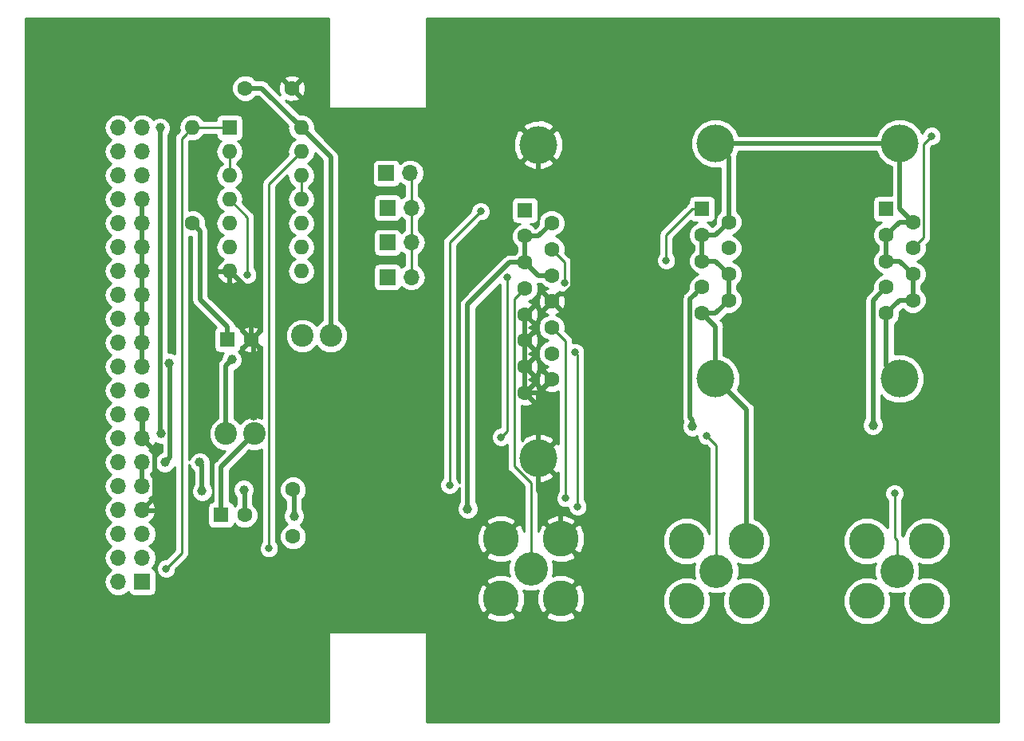
<source format=gbr>
G04 #@! TF.GenerationSoftware,KiCad,Pcbnew,5.0.2-bee76a0~70~ubuntu16.04.1*
G04 #@! TF.CreationDate,2022-01-22T11:01:39+01:00*
G04 #@! TF.ProjectId,breakoutBoard,62726561-6b6f-4757-9442-6f6172642e6b,rev?*
G04 #@! TF.SameCoordinates,Original*
G04 #@! TF.FileFunction,Copper,L2,Bot*
G04 #@! TF.FilePolarity,Positive*
%FSLAX46Y46*%
G04 Gerber Fmt 4.6, Leading zero omitted, Abs format (unit mm)*
G04 Created by KiCad (PCBNEW 5.0.2-bee76a0~70~ubuntu16.04.1) date lör 22 jan 2022 11:01:39*
%MOMM*%
%LPD*%
G01*
G04 APERTURE LIST*
G04 #@! TA.AperFunction,ComponentPad*
%ADD10C,1.600000*%
G04 #@! TD*
G04 #@! TA.AperFunction,ComponentPad*
%ADD11O,1.600000X1.600000*%
G04 #@! TD*
G04 #@! TA.AperFunction,ComponentPad*
%ADD12C,3.810000*%
G04 #@! TD*
G04 #@! TA.AperFunction,ComponentPad*
%ADD13C,3.556000*%
G04 #@! TD*
G04 #@! TA.AperFunction,ComponentPad*
%ADD14R,1.600000X1.600000*%
G04 #@! TD*
G04 #@! TA.AperFunction,ComponentPad*
%ADD15C,4.000000*%
G04 #@! TD*
G04 #@! TA.AperFunction,ComponentPad*
%ADD16O,1.700000X1.700000*%
G04 #@! TD*
G04 #@! TA.AperFunction,ComponentPad*
%ADD17R,1.700000X1.700000*%
G04 #@! TD*
G04 #@! TA.AperFunction,ComponentPad*
%ADD18C,2.400000*%
G04 #@! TD*
G04 #@! TA.AperFunction,ViaPad*
%ADD19C,0.800000*%
G04 #@! TD*
G04 #@! TA.AperFunction,ViaPad*
%ADD20C,1.000000*%
G04 #@! TD*
G04 #@! TA.AperFunction,Conductor*
%ADD21C,0.250000*%
G04 #@! TD*
G04 #@! TA.AperFunction,Conductor*
%ADD22C,0.500000*%
G04 #@! TD*
G04 #@! TA.AperFunction,Conductor*
%ADD23C,0.254000*%
G04 #@! TD*
G04 APERTURE END LIST*
D10*
G04 #@! TO.P,R1,1*
G04 #@! TO.N,/+5DIGITAL*
X48895000Y-65659000D03*
D11*
G04 #@! TO.P,R1,2*
G04 #@! TO.N,/DISP_CH02*
X48895000Y-55499000D03*
G04 #@! TD*
D12*
G04 #@! TO.P,J5,2*
G04 #@! TO.N,GNDA*
X101346000Y-99441000D03*
D13*
G04 #@! TO.P,J5,1*
G04 #@! TO.N,/YOUT*
X104521000Y-102616000D03*
D12*
G04 #@! TO.P,J5,2*
G04 #@! TO.N,GNDA*
X107696000Y-99441000D03*
X101346000Y-105791000D03*
X107696000Y-105791000D03*
G04 #@! TD*
G04 #@! TO.P,J7,2*
G04 #@! TO.N,GNDA*
X126873000Y-105791000D03*
X120523000Y-105791000D03*
X126873000Y-99441000D03*
D13*
G04 #@! TO.P,J7,1*
G04 #@! TO.N,/XOUT*
X123698000Y-102616000D03*
D12*
G04 #@! TO.P,J7,2*
G04 #@! TO.N,GNDA*
X120523000Y-99441000D03*
G04 #@! TD*
G04 #@! TO.P,J6,2*
G04 #@! TO.N,GND*
X81661000Y-99187000D03*
D13*
G04 #@! TO.P,J6,1*
G04 #@! TO.N,/Z*
X84836000Y-102362000D03*
D12*
G04 #@! TO.P,J6,2*
G04 #@! TO.N,GND*
X88011000Y-99187000D03*
X81661000Y-105537000D03*
X88011000Y-105537000D03*
G04 #@! TD*
D10*
G04 #@! TO.P,C2,2*
G04 #@! TO.N,GND*
X55118000Y-77978000D03*
D14*
G04 #@! TO.P,C2,1*
G04 #@! TO.N,/+5DIGITAL*
X52618000Y-77978000D03*
G04 #@! TD*
G04 #@! TO.P,C4,1*
G04 #@! TO.N,/+5ANALOG*
X51943000Y-96647000D03*
D10*
G04 #@! TO.P,C4,2*
G04 #@! TO.N,GNDA*
X54443000Y-96647000D03*
G04 #@! TD*
G04 #@! TO.P,C3,2*
G04 #@! TO.N,GND*
X59483000Y-51308000D03*
G04 #@! TO.P,C3,1*
G04 #@! TO.N,/+5DIGITAL*
X54483000Y-51308000D03*
G04 #@! TD*
G04 #@! TO.P,C1,1*
G04 #@! TO.N,/+5ANALOG*
X59563000Y-98933000D03*
G04 #@! TO.P,C1,2*
G04 #@! TO.N,GNDA*
X59563000Y-93933000D03*
G04 #@! TD*
D14*
G04 #@! TO.P,J4,1*
G04 #@! TO.N,/XOUT*
X84201000Y-64262000D03*
D10*
G04 #@! TO.P,J4,2*
G04 #@! TO.N,GNDA*
X84201000Y-67032000D03*
G04 #@! TO.P,J4,3*
X84201000Y-69802000D03*
G04 #@! TO.P,J4,4*
G04 #@! TO.N,/Z*
X84201000Y-72572000D03*
G04 #@! TO.P,J4,5*
G04 #@! TO.N,GND*
X84201000Y-75342000D03*
G04 #@! TO.P,J4,6*
X84201000Y-78112000D03*
G04 #@! TO.P,J4,7*
X84201000Y-80882000D03*
G04 #@! TO.P,J4,8*
X84201000Y-83652000D03*
G04 #@! TO.P,J4,9*
G04 #@! TO.N,GNDA*
X87041000Y-65647000D03*
G04 #@! TO.P,J4,10*
G04 #@! TO.N,/YOUT*
X87041000Y-68417000D03*
G04 #@! TO.P,J4,11*
G04 #@! TO.N,GNDA*
X87041000Y-71187000D03*
G04 #@! TO.P,J4,12*
G04 #@! TO.N,GND*
X87041000Y-73957000D03*
G04 #@! TO.P,J4,13*
G04 #@! TO.N,/NON-STORE*
X87041000Y-76727000D03*
G04 #@! TO.P,J4,14*
G04 #@! TO.N,/ERASE*
X87041000Y-79497000D03*
G04 #@! TO.P,J4,15*
G04 #@! TO.N,GND*
X87041000Y-82267000D03*
D15*
G04 #@! TO.P,J4,0*
X85621000Y-90607000D03*
X85621000Y-57307000D03*
G04 #@! TD*
G04 #@! TO.P,J3,0*
G04 #@! TO.N,GNDA*
X123975000Y-57175000D03*
X123975000Y-82175000D03*
D10*
G04 #@! TO.P,J3,9*
X125395000Y-73830000D03*
G04 #@! TO.P,J3,8*
X125395000Y-71060000D03*
G04 #@! TO.P,J3,7*
G04 #@! TO.N,/JOY1ANGLE*
X125395000Y-68290000D03*
G04 #@! TO.P,J3,6*
G04 #@! TO.N,GNDA*
X125395000Y-65520000D03*
G04 #@! TO.P,J3,5*
X122555000Y-75215000D03*
G04 #@! TO.P,J3,4*
G04 #@! TO.N,/+5ANALOG*
X122555000Y-72445000D03*
G04 #@! TO.P,J3,3*
G04 #@! TO.N,GNDA*
X122555000Y-69675000D03*
G04 #@! TO.P,J3,2*
X122555000Y-66905000D03*
D14*
G04 #@! TO.P,J3,1*
G04 #@! TO.N,/JOY1ACC*
X122555000Y-64135000D03*
G04 #@! TD*
G04 #@! TO.P,J2,1*
G04 #@! TO.N,/JOY2ACC*
X102997000Y-64135000D03*
D10*
G04 #@! TO.P,J2,2*
G04 #@! TO.N,GNDA*
X102997000Y-66905000D03*
G04 #@! TO.P,J2,3*
X102997000Y-69675000D03*
G04 #@! TO.P,J2,4*
G04 #@! TO.N,/+5ANALOG*
X102997000Y-72445000D03*
G04 #@! TO.P,J2,5*
G04 #@! TO.N,GNDA*
X102997000Y-75215000D03*
G04 #@! TO.P,J2,6*
X105837000Y-65520000D03*
G04 #@! TO.P,J2,7*
G04 #@! TO.N,/JOY2ANGLE*
X105837000Y-68290000D03*
G04 #@! TO.P,J2,8*
G04 #@! TO.N,GNDA*
X105837000Y-71060000D03*
G04 #@! TO.P,J2,9*
X105837000Y-73830000D03*
D15*
G04 #@! TO.P,J2,0*
X104417000Y-82175000D03*
X104417000Y-57175000D03*
G04 #@! TD*
D16*
G04 #@! TO.P,JP4,2*
G04 #@! TO.N,/Z*
X72136000Y-67691000D03*
D17*
G04 #@! TO.P,JP4,1*
G04 #@! TO.N,Net-(JP4-Pad1)*
X69596000Y-67691000D03*
G04 #@! TD*
G04 #@! TO.P,JP2,1*
G04 #@! TO.N,Net-(JP2-Pad1)*
X69596000Y-71374000D03*
D16*
G04 #@! TO.P,JP2,2*
G04 #@! TO.N,/Z*
X72136000Y-71374000D03*
G04 #@! TD*
G04 #@! TO.P,JP1,2*
G04 #@! TO.N,/Z*
X72136000Y-64008000D03*
D17*
G04 #@! TO.P,JP1,1*
G04 #@! TO.N,Net-(JP1-Pad1)*
X69596000Y-64008000D03*
G04 #@! TD*
G04 #@! TO.P,JP3,1*
G04 #@! TO.N,Net-(JP3-Pad1)*
X69469000Y-60325000D03*
D16*
G04 #@! TO.P,JP3,2*
G04 #@! TO.N,/Z*
X72009000Y-60325000D03*
G04 #@! TD*
D17*
G04 #@! TO.P,J1,1*
G04 #@! TO.N,Net-(J1-Pad1)*
X43561000Y-103759000D03*
D16*
G04 #@! TO.P,J1,2*
G04 #@! TO.N,/DISP_CH02*
X41021000Y-103759000D03*
G04 #@! TO.P,J1,3*
G04 #@! TO.N,/ERASE*
X43561000Y-101219000D03*
G04 #@! TO.P,J1,4*
G04 #@! TO.N,/INTENSIFY*
X41021000Y-101219000D03*
G04 #@! TO.P,J1,5*
G04 #@! TO.N,/NON-STORE*
X43561000Y-98679000D03*
G04 #@! TO.P,J1,6*
G04 #@! TO.N,/XOUT*
X41021000Y-98679000D03*
G04 #@! TO.P,J1,7*
G04 #@! TO.N,GND*
X43561000Y-96139000D03*
G04 #@! TO.P,J1,8*
G04 #@! TO.N,/YOUT*
X41021000Y-96139000D03*
G04 #@! TO.P,J1,9*
G04 #@! TO.N,GNDA*
X43561000Y-93599000D03*
G04 #@! TO.P,J1,10*
G04 #@! TO.N,Net-(J1-Pad10)*
X41021000Y-93599000D03*
G04 #@! TO.P,J1,11*
G04 #@! TO.N,GNDA*
X43561000Y-91059000D03*
G04 #@! TO.P,J1,12*
G04 #@! TO.N,Net-(J1-Pad12)*
X41021000Y-91059000D03*
G04 #@! TO.P,J1,13*
G04 #@! TO.N,GND*
X43561000Y-88519000D03*
G04 #@! TO.P,J1,14*
G04 #@! TO.N,Net-(J1-Pad14)*
X41021000Y-88519000D03*
G04 #@! TO.P,J1,15*
G04 #@! TO.N,GND*
X43561000Y-85979000D03*
G04 #@! TO.P,J1,16*
G04 #@! TO.N,Net-(J1-Pad16)*
X41021000Y-85979000D03*
G04 #@! TO.P,J1,17*
G04 #@! TO.N,Net-(J1-Pad17)*
X43561000Y-83439000D03*
G04 #@! TO.P,J1,18*
G04 #@! TO.N,Net-(J1-Pad18)*
X41021000Y-83439000D03*
G04 #@! TO.P,J1,19*
G04 #@! TO.N,GNDA*
X43561000Y-80899000D03*
G04 #@! TO.P,J1,20*
G04 #@! TO.N,Net-(J1-Pad20)*
X41021000Y-80899000D03*
G04 #@! TO.P,J1,21*
G04 #@! TO.N,GNDA*
X43561000Y-78359000D03*
G04 #@! TO.P,J1,22*
G04 #@! TO.N,Net-(J1-Pad22)*
X41021000Y-78359000D03*
G04 #@! TO.P,J1,23*
G04 #@! TO.N,GNDA*
X43561000Y-75819000D03*
G04 #@! TO.P,J1,24*
G04 #@! TO.N,Net-(J1-Pad24)*
X41021000Y-75819000D03*
G04 #@! TO.P,J1,25*
G04 #@! TO.N,GNDA*
X43561000Y-73279000D03*
G04 #@! TO.P,J1,26*
G04 #@! TO.N,Net-(J1-Pad26)*
X41021000Y-73279000D03*
G04 #@! TO.P,J1,27*
G04 #@! TO.N,GNDA*
X43561000Y-70739000D03*
G04 #@! TO.P,J1,28*
G04 #@! TO.N,Net-(J1-Pad28)*
X41021000Y-70739000D03*
G04 #@! TO.P,J1,29*
G04 #@! TO.N,GNDA*
X43561000Y-68199000D03*
G04 #@! TO.P,J1,30*
G04 #@! TO.N,Net-(J1-Pad30)*
X41021000Y-68199000D03*
G04 #@! TO.P,J1,31*
G04 #@! TO.N,GNDA*
X43561000Y-65659000D03*
G04 #@! TO.P,J1,32*
G04 #@! TO.N,Net-(J1-Pad32)*
X41021000Y-65659000D03*
G04 #@! TO.P,J1,33*
G04 #@! TO.N,GNDA*
X43561000Y-63119000D03*
G04 #@! TO.P,J1,34*
G04 #@! TO.N,/JOY2ACC*
X41021000Y-63119000D03*
G04 #@! TO.P,J1,35*
G04 #@! TO.N,Net-(J1-Pad35)*
X43561000Y-60579000D03*
G04 #@! TO.P,J1,36*
G04 #@! TO.N,/JOY2ANGLE*
X41021000Y-60579000D03*
G04 #@! TO.P,J1,37*
G04 #@! TO.N,Net-(J1-Pad37)*
X43561000Y-58039000D03*
G04 #@! TO.P,J1,38*
G04 #@! TO.N,/JOY1ACC*
X41021000Y-58039000D03*
G04 #@! TO.P,J1,39*
G04 #@! TO.N,/+5V*
X43561000Y-55499000D03*
G04 #@! TO.P,J1,40*
G04 #@! TO.N,/JOY1ANGLE*
X41021000Y-55499000D03*
G04 #@! TD*
D18*
G04 #@! TO.P,L1,2*
G04 #@! TO.N,/+5ANALOG*
X55451000Y-88011000D03*
G04 #@! TO.P,L1,1*
G04 #@! TO.N,/+5V*
X52451000Y-88011000D03*
G04 #@! TD*
G04 #@! TO.P,L2,1*
G04 #@! TO.N,/+5V*
X60579000Y-77597000D03*
G04 #@! TO.P,L2,2*
G04 #@! TO.N,/+5DIGITAL*
X63579000Y-77597000D03*
G04 #@! TD*
D14*
G04 #@! TO.P,U1,1*
G04 #@! TO.N,/DISP_CH02*
X52832000Y-55499000D03*
D11*
G04 #@! TO.P,U1,8*
G04 #@! TO.N,N/C*
X60452000Y-70739000D03*
G04 #@! TO.P,U1,2*
G04 #@! TO.N,Net-(JP1-Pad1)*
X52832000Y-58039000D03*
G04 #@! TO.P,U1,9*
G04 #@! TO.N,N/C*
X60452000Y-68199000D03*
G04 #@! TO.P,U1,3*
G04 #@! TO.N,Net-(JP1-Pad1)*
X52832000Y-60579000D03*
G04 #@! TO.P,U1,10*
G04 #@! TO.N,Net-(JP4-Pad1)*
X60452000Y-65659000D03*
G04 #@! TO.P,U1,4*
G04 #@! TO.N,Net-(JP2-Pad1)*
X52832000Y-63119000D03*
G04 #@! TO.P,U1,11*
G04 #@! TO.N,Net-(JP3-Pad1)*
X60452000Y-63119000D03*
G04 #@! TO.P,U1,5*
G04 #@! TO.N,N/C*
X52832000Y-65659000D03*
G04 #@! TO.P,U1,12*
G04 #@! TO.N,Net-(JP3-Pad1)*
X60452000Y-60579000D03*
G04 #@! TO.P,U1,6*
G04 #@! TO.N,N/C*
X52832000Y-68199000D03*
G04 #@! TO.P,U1,13*
G04 #@! TO.N,/INTENSIFY*
X60452000Y-58039000D03*
G04 #@! TO.P,U1,7*
G04 #@! TO.N,GND*
X52832000Y-70739000D03*
G04 #@! TO.P,U1,14*
G04 #@! TO.N,/+5DIGITAL*
X60452000Y-55499000D03*
G04 #@! TD*
D19*
G04 #@! TO.N,Net-(JP2-Pad1)*
X54737000Y-71120000D03*
G04 #@! TO.N,/DISP_CH02*
X46101000Y-102362000D03*
G04 #@! TO.N,/INTENSIFY*
X57023000Y-100203000D03*
D20*
G04 #@! TO.N,GND*
X55372000Y-86106000D03*
X65151000Y-74041000D03*
G04 #@! TO.N,/+5V*
X45466000Y-55499000D03*
X45593000Y-88011000D03*
X53086000Y-80137000D03*
G04 #@! TO.N,/+5ANALOG*
X101981000Y-87249000D03*
X121158000Y-87122000D03*
D19*
G04 #@! TO.N,/ERASE*
X89789000Y-95758000D03*
X89535000Y-79375000D03*
G04 #@! TO.N,/NON-STORE*
X88519000Y-94869000D03*
G04 #@! TO.N,/XOUT*
X79502000Y-64389000D03*
X76200000Y-93472000D03*
X123444000Y-94361000D03*
G04 #@! TO.N,/YOUT*
X81661000Y-88392000D03*
X82296000Y-71374000D03*
X88392000Y-72009000D03*
X103505000Y-88265000D03*
D20*
G04 #@! TO.N,GNDA*
X45974000Y-91059000D03*
X46416000Y-80518000D03*
X59690000Y-96774000D03*
X54356000Y-93980000D03*
X49911000Y-94107000D03*
X49657000Y-91059000D03*
X78105000Y-96012000D03*
D19*
G04 #@! TO.N,/JOY2ACC*
X99187000Y-69596000D03*
G04 #@! TO.N,/JOY1ANGLE*
X127381000Y-56388000D03*
G04 #@! TD*
D21*
G04 #@! TO.N,Net-(JP3-Pad1)*
X60452000Y-60579000D02*
X60452000Y-63119000D01*
G04 #@! TO.N,Net-(JP1-Pad1)*
X52832000Y-59170370D02*
X52832000Y-60579000D01*
X52832000Y-58039000D02*
X52832000Y-59170370D01*
G04 #@! TO.N,Net-(JP2-Pad1)*
X54737000Y-65024000D02*
X52832000Y-63119000D01*
X54737000Y-71120000D02*
X54737000Y-65024000D01*
G04 #@! TO.N,/DISP_CH02*
X50026370Y-55499000D02*
X52832000Y-55499000D01*
X48895000Y-55499000D02*
X50026370Y-55499000D01*
X48095001Y-56298999D02*
X48895000Y-55499000D01*
X47769999Y-56624001D02*
X48095001Y-56298999D01*
X47769999Y-100693001D02*
X47769999Y-56624001D01*
X46101000Y-102362000D02*
X47769999Y-100693001D01*
G04 #@! TO.N,/INTENSIFY*
X57023000Y-61468000D02*
X60452000Y-58039000D01*
X57023000Y-100203000D02*
X57023000Y-61468000D01*
D22*
G04 #@! TO.N,GND*
X44410999Y-89368999D02*
X43561000Y-88519000D01*
X44861001Y-89819001D02*
X44410999Y-89368999D01*
X44861001Y-94838999D02*
X44861001Y-89819001D01*
X43561000Y-96139000D02*
X44861001Y-94838999D01*
X43561000Y-88519000D02*
X43561000Y-85979000D01*
X55372000Y-78232000D02*
X55118000Y-77978000D01*
X55372000Y-86106000D02*
X55372000Y-78232000D01*
X55118000Y-73025000D02*
X52832000Y-70739000D01*
X55118000Y-77978000D02*
X55118000Y-73025000D01*
X65151000Y-56976000D02*
X65151000Y-74041000D01*
X59483000Y-51308000D02*
X65151000Y-56976000D01*
X84201000Y-75342000D02*
X84201000Y-83652000D01*
X85656000Y-83652000D02*
X87041000Y-82267000D01*
X84201000Y-83652000D02*
X85656000Y-83652000D01*
X85621000Y-93435427D02*
X85621000Y-90607000D01*
X85621000Y-94102924D02*
X85621000Y-93435427D01*
X88011000Y-96492924D02*
X85621000Y-94102924D01*
X88011000Y-99187000D02*
X88011000Y-96492924D01*
X85621000Y-83687000D02*
X87041000Y-82267000D01*
X85621000Y-90607000D02*
X85621000Y-83687000D01*
X87840999Y-73157001D02*
X87041000Y-73957000D01*
X88502001Y-73157001D02*
X87840999Y-73157001D01*
X89242001Y-63756428D02*
X89242001Y-72417001D01*
X89242001Y-72417001D02*
X88502001Y-73157001D01*
X85621000Y-60135427D02*
X89242001Y-63756428D01*
X85621000Y-57307000D02*
X85621000Y-60135427D01*
G04 #@! TO.N,/+5DIGITAL*
X63579000Y-58626000D02*
X63579000Y-77597000D01*
X60452000Y-55499000D02*
X63579000Y-58626000D01*
X56261000Y-51308000D02*
X60452000Y-55499000D01*
X54483000Y-51308000D02*
X56261000Y-51308000D01*
X52618000Y-76678000D02*
X52618000Y-77978000D01*
X49694999Y-73754999D02*
X52618000Y-76678000D01*
X49694999Y-66458999D02*
X49694999Y-73754999D01*
X48895000Y-65659000D02*
X49694999Y-66458999D01*
G04 #@! TO.N,/+5V*
X45466000Y-87884000D02*
X45593000Y-88011000D01*
X45466000Y-55499000D02*
X45466000Y-87884000D01*
X52451000Y-80772000D02*
X53086000Y-80137000D01*
X52451000Y-88011000D02*
X52451000Y-80772000D01*
G04 #@! TO.N,/+5ANALOG*
X51943000Y-91519000D02*
X55451000Y-88011000D01*
X51943000Y-96647000D02*
X51943000Y-91519000D01*
X101746999Y-73695001D02*
X102197001Y-73244999D01*
X101746999Y-86307893D02*
X101746999Y-73695001D01*
X101981000Y-86541894D02*
X101746999Y-86307893D01*
X102197001Y-73244999D02*
X102997000Y-72445000D01*
X101981000Y-87249000D02*
X101981000Y-86541894D01*
X121158000Y-73842000D02*
X122555000Y-72445000D01*
X121158000Y-87122000D02*
X121158000Y-73842000D01*
D21*
G04 #@! TO.N,/ERASE*
X89789000Y-79629000D02*
X89535000Y-79375000D01*
X89789000Y-95758000D02*
X89789000Y-79629000D01*
G04 #@! TO.N,/NON-STORE*
X88519000Y-78205000D02*
X88519000Y-94303315D01*
X88519000Y-94303315D02*
X88519000Y-94869000D01*
X87041000Y-76727000D02*
X88519000Y-78205000D01*
G04 #@! TO.N,/XOUT*
X76200000Y-67691000D02*
X76200000Y-93472000D01*
X79502000Y-64389000D02*
X76200000Y-67691000D01*
X123698000Y-99315598D02*
X123444000Y-99061598D01*
X123698000Y-102616000D02*
X123698000Y-99315598D01*
X123444000Y-99060000D02*
X123444000Y-94361000D01*
G04 #@! TO.N,/YOUT*
X82296000Y-87757000D02*
X82296000Y-71374000D01*
X81661000Y-88392000D02*
X82296000Y-87757000D01*
X88392000Y-69768000D02*
X87041000Y-68417000D01*
X88392000Y-72009000D02*
X88392000Y-69768000D01*
X104521000Y-89281000D02*
X103505000Y-88265000D01*
X104521000Y-102616000D02*
X104521000Y-89281000D01*
D22*
G04 #@! TO.N,GNDA*
X43561000Y-63119000D02*
X43561000Y-80899000D01*
X43561000Y-93599000D02*
X43561000Y-91059000D01*
X46543001Y-90489999D02*
X46543001Y-80645001D01*
X46543001Y-80645001D02*
X46416000Y-80518000D01*
X45974000Y-91059000D02*
X46543001Y-90489999D01*
X59690000Y-94060000D02*
X59563000Y-93933000D01*
X59690000Y-96774000D02*
X59690000Y-94060000D01*
X54443000Y-94067000D02*
X54356000Y-93980000D01*
X54443000Y-96647000D02*
X54443000Y-94067000D01*
X49911000Y-91313000D02*
X49657000Y-91059000D01*
X49911000Y-94107000D02*
X49911000Y-91313000D01*
X102997000Y-69675000D02*
X102997000Y-66905000D01*
X104452000Y-66905000D02*
X105837000Y-65520000D01*
X102997000Y-66905000D02*
X104452000Y-66905000D01*
X104452000Y-69675000D02*
X105837000Y-71060000D01*
X102997000Y-69675000D02*
X104452000Y-69675000D01*
X105837000Y-71060000D02*
X105837000Y-73830000D01*
X104452000Y-75215000D02*
X105837000Y-73830000D01*
X102997000Y-75215000D02*
X104452000Y-75215000D01*
X104417000Y-76635000D02*
X104417000Y-82175000D01*
X102997000Y-75215000D02*
X104417000Y-76635000D01*
X105837000Y-58595000D02*
X104417000Y-57175000D01*
X105837000Y-65520000D02*
X105837000Y-58595000D01*
X107245427Y-57175000D02*
X123975000Y-57175000D01*
X104417000Y-57175000D02*
X107245427Y-57175000D01*
X123975000Y-64100000D02*
X125395000Y-65520000D01*
X123975000Y-57175000D02*
X123975000Y-64100000D01*
X123940000Y-65520000D02*
X122555000Y-66905000D01*
X125395000Y-65520000D02*
X123940000Y-65520000D01*
X122555000Y-66905000D02*
X122555000Y-69675000D01*
X124010000Y-69675000D02*
X125395000Y-71060000D01*
X122555000Y-69675000D02*
X124010000Y-69675000D01*
X125395000Y-71060000D02*
X125395000Y-73830000D01*
X123940000Y-73830000D02*
X122555000Y-75215000D01*
X125395000Y-73830000D02*
X123940000Y-73830000D01*
X122555000Y-80755000D02*
X123975000Y-82175000D01*
X122555000Y-75215000D02*
X122555000Y-80755000D01*
X85586000Y-71187000D02*
X84201000Y-69802000D01*
X87041000Y-71187000D02*
X85586000Y-71187000D01*
X84201000Y-69802000D02*
X84201000Y-67032000D01*
X85656000Y-67032000D02*
X87041000Y-65647000D01*
X84201000Y-67032000D02*
X85656000Y-67032000D01*
X78105000Y-74306998D02*
X78105000Y-96012000D01*
X82609998Y-69802000D02*
X78105000Y-74306998D01*
X84201000Y-69802000D02*
X82609998Y-69802000D01*
X107696000Y-85454000D02*
X107696000Y-99441000D01*
X104417000Y-82175000D02*
X107696000Y-85454000D01*
X108077000Y-99822000D02*
X107696000Y-99441000D01*
D21*
G04 #@! TO.N,/JOY2ACC*
X101947000Y-64135000D02*
X102997000Y-64135000D01*
X99187000Y-66895000D02*
X101947000Y-64135000D01*
X99187000Y-69596000D02*
X99187000Y-66895000D01*
G04 #@! TO.N,/JOY1ANGLE*
X126194999Y-67490001D02*
X125395000Y-68290000D01*
X126520001Y-67164999D02*
X126194999Y-67490001D01*
X126520001Y-57248999D02*
X126520001Y-67164999D01*
X127381000Y-56388000D02*
X126520001Y-57248999D01*
G04 #@! TO.N,/Z*
X72136000Y-60452000D02*
X72009000Y-60325000D01*
X72136000Y-71374000D02*
X72136000Y-60452000D01*
X83401001Y-73371999D02*
X84201000Y-72572000D01*
X83075999Y-73697001D02*
X83401001Y-73371999D01*
X83075999Y-91503001D02*
X83075999Y-73697001D01*
X84836000Y-93263002D02*
X83075999Y-91503001D01*
X84836000Y-102362000D02*
X84836000Y-93263002D01*
G04 #@! TD*
D23*
G04 #@! TO.N,GND*
G36*
X63373000Y-53340000D02*
X63382667Y-53388601D01*
X63410197Y-53429803D01*
X63451399Y-53457333D01*
X63500000Y-53467000D01*
X73660000Y-53467000D01*
X73708601Y-53457333D01*
X73749803Y-53429803D01*
X73777333Y-53388601D01*
X73787000Y-53340000D01*
X73787000Y-43890000D01*
X134493000Y-43890000D01*
X134493000Y-118670000D01*
X73787000Y-118670000D01*
X73787000Y-109220000D01*
X73777333Y-109171399D01*
X73749803Y-109130197D01*
X73708601Y-109102667D01*
X73660000Y-109093000D01*
X63500000Y-109093000D01*
X63451399Y-109102667D01*
X63410197Y-109130197D01*
X63382667Y-109171399D01*
X63373000Y-109220000D01*
X63373000Y-118670000D01*
X31190000Y-118670000D01*
X31190000Y-107343440D01*
X80034165Y-107343440D01*
X80243353Y-107704289D01*
X81180650Y-108081824D01*
X82191077Y-108071933D01*
X83078647Y-107704289D01*
X83287835Y-107343440D01*
X86384165Y-107343440D01*
X86593353Y-107704289D01*
X87530650Y-108081824D01*
X88541077Y-108071933D01*
X89428647Y-107704289D01*
X89637835Y-107343440D01*
X88011000Y-105716605D01*
X86384165Y-107343440D01*
X83287835Y-107343440D01*
X81661000Y-105716605D01*
X80034165Y-107343440D01*
X31190000Y-107343440D01*
X31190000Y-55499000D01*
X39506908Y-55499000D01*
X39622161Y-56078418D01*
X39950375Y-56569625D01*
X40248761Y-56769000D01*
X39950375Y-56968375D01*
X39622161Y-57459582D01*
X39506908Y-58039000D01*
X39622161Y-58618418D01*
X39950375Y-59109625D01*
X40248761Y-59309000D01*
X39950375Y-59508375D01*
X39622161Y-59999582D01*
X39506908Y-60579000D01*
X39622161Y-61158418D01*
X39950375Y-61649625D01*
X40248761Y-61849000D01*
X39950375Y-62048375D01*
X39622161Y-62539582D01*
X39506908Y-63119000D01*
X39622161Y-63698418D01*
X39950375Y-64189625D01*
X40248761Y-64389000D01*
X39950375Y-64588375D01*
X39622161Y-65079582D01*
X39506908Y-65659000D01*
X39622161Y-66238418D01*
X39950375Y-66729625D01*
X40248761Y-66929000D01*
X39950375Y-67128375D01*
X39622161Y-67619582D01*
X39506908Y-68199000D01*
X39622161Y-68778418D01*
X39950375Y-69269625D01*
X40248761Y-69469000D01*
X39950375Y-69668375D01*
X39622161Y-70159582D01*
X39506908Y-70739000D01*
X39622161Y-71318418D01*
X39950375Y-71809625D01*
X40248761Y-72009000D01*
X39950375Y-72208375D01*
X39622161Y-72699582D01*
X39506908Y-73279000D01*
X39622161Y-73858418D01*
X39950375Y-74349625D01*
X40248761Y-74549000D01*
X39950375Y-74748375D01*
X39622161Y-75239582D01*
X39506908Y-75819000D01*
X39622161Y-76398418D01*
X39950375Y-76889625D01*
X40248761Y-77089000D01*
X39950375Y-77288375D01*
X39622161Y-77779582D01*
X39506908Y-78359000D01*
X39622161Y-78938418D01*
X39950375Y-79429625D01*
X40248761Y-79629000D01*
X39950375Y-79828375D01*
X39622161Y-80319582D01*
X39506908Y-80899000D01*
X39622161Y-81478418D01*
X39950375Y-81969625D01*
X40248761Y-82169000D01*
X39950375Y-82368375D01*
X39622161Y-82859582D01*
X39506908Y-83439000D01*
X39622161Y-84018418D01*
X39950375Y-84509625D01*
X40248761Y-84709000D01*
X39950375Y-84908375D01*
X39622161Y-85399582D01*
X39506908Y-85979000D01*
X39622161Y-86558418D01*
X39950375Y-87049625D01*
X40248761Y-87249000D01*
X39950375Y-87448375D01*
X39622161Y-87939582D01*
X39506908Y-88519000D01*
X39622161Y-89098418D01*
X39950375Y-89589625D01*
X40248761Y-89789000D01*
X39950375Y-89988375D01*
X39622161Y-90479582D01*
X39506908Y-91059000D01*
X39622161Y-91638418D01*
X39950375Y-92129625D01*
X40248761Y-92329000D01*
X39950375Y-92528375D01*
X39622161Y-93019582D01*
X39506908Y-93599000D01*
X39622161Y-94178418D01*
X39950375Y-94669625D01*
X40248761Y-94869000D01*
X39950375Y-95068375D01*
X39622161Y-95559582D01*
X39506908Y-96139000D01*
X39622161Y-96718418D01*
X39950375Y-97209625D01*
X40248761Y-97409000D01*
X39950375Y-97608375D01*
X39622161Y-98099582D01*
X39506908Y-98679000D01*
X39622161Y-99258418D01*
X39950375Y-99749625D01*
X40248761Y-99949000D01*
X39950375Y-100148375D01*
X39622161Y-100639582D01*
X39506908Y-101219000D01*
X39622161Y-101798418D01*
X39950375Y-102289625D01*
X40248761Y-102489000D01*
X39950375Y-102688375D01*
X39622161Y-103179582D01*
X39506908Y-103759000D01*
X39622161Y-104338418D01*
X39950375Y-104829625D01*
X40441582Y-105157839D01*
X40874744Y-105244000D01*
X41167256Y-105244000D01*
X41600418Y-105157839D01*
X42091625Y-104829625D01*
X42103816Y-104811381D01*
X42112843Y-104856765D01*
X42253191Y-105066809D01*
X42463235Y-105207157D01*
X42711000Y-105256440D01*
X44411000Y-105256440D01*
X44658765Y-105207157D01*
X44868809Y-105066809D01*
X44875597Y-105056650D01*
X79116176Y-105056650D01*
X79126067Y-106067077D01*
X79493711Y-106954647D01*
X79854560Y-107163835D01*
X81481395Y-105537000D01*
X79854560Y-103910165D01*
X79493711Y-104119353D01*
X79116176Y-105056650D01*
X44875597Y-105056650D01*
X45009157Y-104856765D01*
X45058440Y-104609000D01*
X45058440Y-102909000D01*
X45009157Y-102661235D01*
X44868809Y-102451191D01*
X44658765Y-102310843D01*
X44613381Y-102301816D01*
X44631625Y-102289625D01*
X44959839Y-101798418D01*
X45075092Y-101219000D01*
X44959839Y-100639582D01*
X44631625Y-100148375D01*
X44333239Y-99949000D01*
X44631625Y-99749625D01*
X44959839Y-99258418D01*
X45075092Y-98679000D01*
X44959839Y-98099582D01*
X44631625Y-97608375D01*
X44312522Y-97395157D01*
X44442358Y-97334183D01*
X44832645Y-96905924D01*
X45002476Y-96495890D01*
X44881155Y-96266000D01*
X43688000Y-96266000D01*
X43688000Y-96286000D01*
X43434000Y-96286000D01*
X43434000Y-96266000D01*
X43414000Y-96266000D01*
X43414000Y-96012000D01*
X43434000Y-96012000D01*
X43434000Y-95992000D01*
X43688000Y-95992000D01*
X43688000Y-96012000D01*
X44881155Y-96012000D01*
X45002476Y-95782110D01*
X44832645Y-95372076D01*
X44442358Y-94943817D01*
X44312522Y-94882843D01*
X44631625Y-94669625D01*
X44959839Y-94178418D01*
X45075092Y-93599000D01*
X44959839Y-93019582D01*
X44631625Y-92528375D01*
X44446000Y-92404344D01*
X44446000Y-92253656D01*
X44631625Y-92129625D01*
X44959839Y-91638418D01*
X44968160Y-91596586D01*
X45011793Y-91701926D01*
X45331074Y-92021207D01*
X45748234Y-92194000D01*
X46199766Y-92194000D01*
X46616926Y-92021207D01*
X46936207Y-91701926D01*
X47009999Y-91523776D01*
X47009999Y-100378199D01*
X46061199Y-101327000D01*
X45895126Y-101327000D01*
X45514720Y-101484569D01*
X45223569Y-101775720D01*
X45066000Y-102156126D01*
X45066000Y-102567874D01*
X45223569Y-102948280D01*
X45514720Y-103239431D01*
X45895126Y-103397000D01*
X46306874Y-103397000D01*
X46687280Y-103239431D01*
X46978431Y-102948280D01*
X47136000Y-102567874D01*
X47136000Y-102401801D01*
X48254472Y-101283330D01*
X48317928Y-101240930D01*
X48485903Y-100989538D01*
X48529999Y-100767853D01*
X48529999Y-100767849D01*
X48544887Y-100693002D01*
X48529999Y-100618155D01*
X48529999Y-91304077D01*
X48694793Y-91701926D01*
X49014074Y-92021207D01*
X49026001Y-92026147D01*
X49026000Y-93386867D01*
X48948793Y-93464074D01*
X48776000Y-93881234D01*
X48776000Y-94332766D01*
X48948793Y-94749926D01*
X49268074Y-95069207D01*
X49685234Y-95242000D01*
X50136766Y-95242000D01*
X50553926Y-95069207D01*
X50873207Y-94749926D01*
X51046000Y-94332766D01*
X51046000Y-93881234D01*
X50873207Y-93464074D01*
X50796000Y-93386867D01*
X50796000Y-91400159D01*
X50813337Y-91312999D01*
X50796000Y-91225840D01*
X50796000Y-91225835D01*
X50792000Y-91205726D01*
X50792000Y-90833234D01*
X50619207Y-90416074D01*
X50299926Y-90096793D01*
X49882766Y-89924000D01*
X49431234Y-89924000D01*
X49014074Y-90096793D01*
X48694793Y-90416074D01*
X48529999Y-90813923D01*
X48529999Y-67061044D01*
X48609561Y-67094000D01*
X48809999Y-67094000D01*
X48810000Y-73667834D01*
X48792662Y-73754999D01*
X48861347Y-74100308D01*
X49007575Y-74319153D01*
X49007577Y-74319155D01*
X49056951Y-74393048D01*
X49130844Y-74442422D01*
X51389217Y-76700796D01*
X51360191Y-76720191D01*
X51219843Y-76930235D01*
X51170560Y-77178000D01*
X51170560Y-78778000D01*
X51219843Y-79025765D01*
X51360191Y-79235809D01*
X51570235Y-79376157D01*
X51818000Y-79425440D01*
X52192427Y-79425440D01*
X52123793Y-79494074D01*
X51951000Y-79911234D01*
X51951000Y-80020422D01*
X51886844Y-80084577D01*
X51812952Y-80133951D01*
X51763578Y-80207844D01*
X51763576Y-80207846D01*
X51617348Y-80426691D01*
X51548663Y-80772000D01*
X51566001Y-80859165D01*
X51566000Y-86391389D01*
X51411556Y-86455362D01*
X50895362Y-86971556D01*
X50616000Y-87645996D01*
X50616000Y-88376004D01*
X50895362Y-89050444D01*
X51411556Y-89566638D01*
X52085996Y-89846000D01*
X52364422Y-89846000D01*
X51378845Y-90831577D01*
X51304952Y-90880951D01*
X51255578Y-90954844D01*
X51255576Y-90954846D01*
X51109348Y-91173691D01*
X51040663Y-91519000D01*
X51058001Y-91606165D01*
X51058000Y-95216467D01*
X50895235Y-95248843D01*
X50685191Y-95389191D01*
X50544843Y-95599235D01*
X50495560Y-95847000D01*
X50495560Y-97447000D01*
X50544843Y-97694765D01*
X50685191Y-97904809D01*
X50895235Y-98045157D01*
X51143000Y-98094440D01*
X52743000Y-98094440D01*
X52990765Y-98045157D01*
X53200809Y-97904809D01*
X53341157Y-97694765D01*
X53361101Y-97594497D01*
X53630138Y-97863534D01*
X54157561Y-98082000D01*
X54728439Y-98082000D01*
X55255862Y-97863534D01*
X55659534Y-97459862D01*
X55878000Y-96932439D01*
X55878000Y-96361561D01*
X55659534Y-95834138D01*
X55328000Y-95502604D01*
X55328000Y-94599284D01*
X55491000Y-94205766D01*
X55491000Y-93754234D01*
X55318207Y-93337074D01*
X54998926Y-93017793D01*
X54581766Y-92845000D01*
X54130234Y-92845000D01*
X53713074Y-93017793D01*
X53393793Y-93337074D01*
X53221000Y-93754234D01*
X53221000Y-94205766D01*
X53393793Y-94622926D01*
X53558001Y-94787134D01*
X53558000Y-95502604D01*
X53361101Y-95699503D01*
X53341157Y-95599235D01*
X53200809Y-95389191D01*
X52990765Y-95248843D01*
X52828000Y-95216467D01*
X52828000Y-91885578D01*
X54931552Y-89782027D01*
X55085996Y-89846000D01*
X55816004Y-89846000D01*
X56263000Y-89660848D01*
X56263000Y-99499289D01*
X56145569Y-99616720D01*
X55988000Y-99997126D01*
X55988000Y-100408874D01*
X56145569Y-100789280D01*
X56436720Y-101080431D01*
X56817126Y-101238000D01*
X57228874Y-101238000D01*
X57609280Y-101080431D01*
X57900431Y-100789280D01*
X58058000Y-100408874D01*
X58058000Y-99997126D01*
X57900431Y-99616720D01*
X57783000Y-99499289D01*
X57783000Y-93647561D01*
X58128000Y-93647561D01*
X58128000Y-94218439D01*
X58346466Y-94745862D01*
X58750138Y-95149534D01*
X58805001Y-95172259D01*
X58805000Y-96053867D01*
X58727793Y-96131074D01*
X58555000Y-96548234D01*
X58555000Y-96999766D01*
X58727793Y-97416926D01*
X58946144Y-97635277D01*
X58750138Y-97716466D01*
X58346466Y-98120138D01*
X58128000Y-98647561D01*
X58128000Y-99218439D01*
X58346466Y-99745862D01*
X58750138Y-100149534D01*
X59277561Y-100368000D01*
X59848439Y-100368000D01*
X60375862Y-100149534D01*
X60779534Y-99745862D01*
X60998000Y-99218439D01*
X60998000Y-98706650D01*
X79116176Y-98706650D01*
X79126067Y-99717077D01*
X79493711Y-100604647D01*
X79854560Y-100813835D01*
X81481395Y-99187000D01*
X79854560Y-97560165D01*
X79493711Y-97769353D01*
X79116176Y-98706650D01*
X60998000Y-98706650D01*
X60998000Y-98647561D01*
X60779534Y-98120138D01*
X60375862Y-97716466D01*
X60359461Y-97709672D01*
X60652207Y-97416926D01*
X60667270Y-97380560D01*
X80034165Y-97380560D01*
X81661000Y-99007395D01*
X83287835Y-97380560D01*
X83078647Y-97019711D01*
X82141350Y-96642176D01*
X81130923Y-96652067D01*
X80243353Y-97019711D01*
X80034165Y-97380560D01*
X60667270Y-97380560D01*
X60825000Y-96999766D01*
X60825000Y-96548234D01*
X60652207Y-96131074D01*
X60575000Y-96053867D01*
X60575000Y-94950396D01*
X60779534Y-94745862D01*
X60998000Y-94218439D01*
X60998000Y-93647561D01*
X60840005Y-93266126D01*
X75165000Y-93266126D01*
X75165000Y-93677874D01*
X75322569Y-94058280D01*
X75613720Y-94349431D01*
X75994126Y-94507000D01*
X76405874Y-94507000D01*
X76786280Y-94349431D01*
X77077431Y-94058280D01*
X77220001Y-93714085D01*
X77220001Y-95291866D01*
X77142793Y-95369074D01*
X76970000Y-95786234D01*
X76970000Y-96237766D01*
X77142793Y-96654926D01*
X77462074Y-96974207D01*
X77879234Y-97147000D01*
X78330766Y-97147000D01*
X78747926Y-96974207D01*
X79067207Y-96654926D01*
X79240000Y-96237766D01*
X79240000Y-95786234D01*
X79067207Y-95369074D01*
X78990000Y-95291867D01*
X78990000Y-74673576D01*
X81536001Y-72127576D01*
X81536000Y-87357000D01*
X81455126Y-87357000D01*
X81074720Y-87514569D01*
X80783569Y-87805720D01*
X80626000Y-88186126D01*
X80626000Y-88597874D01*
X80783569Y-88978280D01*
X81074720Y-89269431D01*
X81455126Y-89427000D01*
X81866874Y-89427000D01*
X82247280Y-89269431D01*
X82315999Y-89200712D01*
X82315999Y-91428154D01*
X82301111Y-91503001D01*
X82315999Y-91577848D01*
X82315999Y-91577852D01*
X82360095Y-91799537D01*
X82528070Y-92050930D01*
X82591529Y-92093332D01*
X84076001Y-93577805D01*
X84076000Y-98367381D01*
X83828289Y-97769353D01*
X83467440Y-97560165D01*
X81840605Y-99187000D01*
X81854748Y-99201143D01*
X81675143Y-99380748D01*
X81661000Y-99366605D01*
X80034165Y-100993440D01*
X80243353Y-101354289D01*
X81180650Y-101731824D01*
X82191077Y-101721933D01*
X82551079Y-101572815D01*
X82423000Y-101882025D01*
X82423000Y-102841975D01*
X82554075Y-103158418D01*
X82141350Y-102992176D01*
X81130923Y-103002067D01*
X80243353Y-103369711D01*
X80034165Y-103730560D01*
X81661000Y-105357395D01*
X81675143Y-105343253D01*
X81854748Y-105522858D01*
X81840605Y-105537000D01*
X83467440Y-107163835D01*
X83828289Y-106954647D01*
X84205824Y-106017350D01*
X84195933Y-105006923D01*
X84046815Y-104646921D01*
X84356025Y-104775000D01*
X85315975Y-104775000D01*
X85632418Y-104643925D01*
X85466176Y-105056650D01*
X85476067Y-106067077D01*
X85843711Y-106954647D01*
X86204560Y-107163835D01*
X87831395Y-105537000D01*
X88190605Y-105537000D01*
X89817440Y-107163835D01*
X90178289Y-106954647D01*
X90555824Y-106017350D01*
X90545933Y-105006923D01*
X90178289Y-104119353D01*
X89817440Y-103910165D01*
X88190605Y-105537000D01*
X87831395Y-105537000D01*
X87817253Y-105522858D01*
X87996858Y-105343253D01*
X88011000Y-105357395D01*
X89637835Y-103730560D01*
X89428647Y-103369711D01*
X88491350Y-102992176D01*
X87480923Y-103002067D01*
X87120921Y-103151185D01*
X87249000Y-102841975D01*
X87249000Y-101882025D01*
X87117925Y-101565582D01*
X87530650Y-101731824D01*
X88541077Y-101721933D01*
X89428647Y-101354289D01*
X89637835Y-100993440D01*
X88011000Y-99366605D01*
X87996858Y-99380748D01*
X87817253Y-99201143D01*
X87831395Y-99187000D01*
X88190605Y-99187000D01*
X89817440Y-100813835D01*
X90178289Y-100604647D01*
X90555824Y-99667350D01*
X90545933Y-98656923D01*
X90178289Y-97769353D01*
X89817440Y-97560165D01*
X88190605Y-99187000D01*
X87831395Y-99187000D01*
X86204560Y-97560165D01*
X85843711Y-97769353D01*
X85596000Y-98384339D01*
X85596000Y-97380560D01*
X86384165Y-97380560D01*
X88011000Y-99007395D01*
X89637835Y-97380560D01*
X89428647Y-97019711D01*
X88491350Y-96642176D01*
X87480923Y-96652067D01*
X86593353Y-97019711D01*
X86384165Y-97380560D01*
X85596000Y-97380560D01*
X85596000Y-93337848D01*
X85610888Y-93263001D01*
X85606750Y-93242200D01*
X86166247Y-93237713D01*
X87095647Y-92852743D01*
X87316416Y-92482022D01*
X85621000Y-90786605D01*
X85606858Y-90800748D01*
X85427252Y-90621142D01*
X85441395Y-90607000D01*
X85427252Y-90592858D01*
X85606858Y-90413252D01*
X85621000Y-90427395D01*
X87316416Y-88731978D01*
X87095647Y-88361257D01*
X86123988Y-87967881D01*
X85075753Y-87976287D01*
X84146353Y-88361257D01*
X83925585Y-88731977D01*
X83835999Y-88642391D01*
X83835999Y-85045687D01*
X83984223Y-85098965D01*
X84554454Y-85071778D01*
X84955005Y-84905864D01*
X85029139Y-84659745D01*
X84201000Y-83831605D01*
X84186858Y-83845748D01*
X84007253Y-83666143D01*
X84021395Y-83652000D01*
X84380605Y-83652000D01*
X85208745Y-84480139D01*
X85454864Y-84406005D01*
X85647965Y-83868777D01*
X85620778Y-83298546D01*
X85454864Y-82897995D01*
X85208745Y-82823861D01*
X84380605Y-83652000D01*
X84021395Y-83652000D01*
X84007253Y-83637858D01*
X84186858Y-83458253D01*
X84201000Y-83472395D01*
X85029139Y-82644255D01*
X84955005Y-82398136D01*
X84616001Y-82276284D01*
X84955005Y-82135864D01*
X84980801Y-82050223D01*
X85594035Y-82050223D01*
X85621222Y-82620454D01*
X85787136Y-83021005D01*
X86033255Y-83095139D01*
X86861395Y-82267000D01*
X86033255Y-81438861D01*
X85787136Y-81512995D01*
X85594035Y-82050223D01*
X84980801Y-82050223D01*
X85029139Y-81889745D01*
X84201000Y-81061605D01*
X84186858Y-81075748D01*
X84007253Y-80896143D01*
X84021395Y-80882000D01*
X84380605Y-80882000D01*
X85208745Y-81710139D01*
X85454864Y-81636005D01*
X85647965Y-81098777D01*
X85620778Y-80528546D01*
X85454864Y-80127995D01*
X85208745Y-80053861D01*
X84380605Y-80882000D01*
X84021395Y-80882000D01*
X84007253Y-80867858D01*
X84186858Y-80688253D01*
X84201000Y-80702395D01*
X85029139Y-79874255D01*
X84955005Y-79628136D01*
X84616001Y-79506284D01*
X84955005Y-79365864D01*
X85029139Y-79119745D01*
X84201000Y-78291605D01*
X84186858Y-78305748D01*
X84007253Y-78126143D01*
X84021395Y-78112000D01*
X84380605Y-78112000D01*
X85208745Y-78940139D01*
X85454864Y-78866005D01*
X85647965Y-78328777D01*
X85620778Y-77758546D01*
X85454864Y-77357995D01*
X85208745Y-77283861D01*
X84380605Y-78112000D01*
X84021395Y-78112000D01*
X84007253Y-78097858D01*
X84186858Y-77918253D01*
X84201000Y-77932395D01*
X85029139Y-77104255D01*
X84955005Y-76858136D01*
X84616001Y-76736284D01*
X84955005Y-76595864D01*
X85001482Y-76441561D01*
X85606000Y-76441561D01*
X85606000Y-77012439D01*
X85824466Y-77539862D01*
X86228138Y-77943534D01*
X86634850Y-78112000D01*
X86228138Y-78280466D01*
X85824466Y-78684138D01*
X85606000Y-79211561D01*
X85606000Y-79782439D01*
X85824466Y-80309862D01*
X86228138Y-80713534D01*
X86619218Y-80875525D01*
X86286995Y-81013136D01*
X86212861Y-81259255D01*
X87041000Y-82087395D01*
X87055142Y-82073252D01*
X87234748Y-82252858D01*
X87220605Y-82267000D01*
X87234748Y-82281143D01*
X87055142Y-82460748D01*
X87041000Y-82446605D01*
X86212861Y-83274745D01*
X86286995Y-83520864D01*
X86824223Y-83713965D01*
X87394454Y-83686778D01*
X87759000Y-83535778D01*
X87759001Y-89068191D01*
X87496022Y-88911584D01*
X85800605Y-90607000D01*
X87496022Y-92302416D01*
X87759001Y-92145809D01*
X87759001Y-94165288D01*
X87641569Y-94282720D01*
X87484000Y-94663126D01*
X87484000Y-95074874D01*
X87641569Y-95455280D01*
X87932720Y-95746431D01*
X88313126Y-95904000D01*
X88724874Y-95904000D01*
X88754000Y-95891936D01*
X88754000Y-95963874D01*
X88911569Y-96344280D01*
X89202720Y-96635431D01*
X89583126Y-96793000D01*
X89994874Y-96793000D01*
X90375280Y-96635431D01*
X90666431Y-96344280D01*
X90824000Y-95963874D01*
X90824000Y-95552126D01*
X90666431Y-95171720D01*
X90549000Y-95054289D01*
X90549000Y-79703846D01*
X90563888Y-79628999D01*
X90559404Y-79606456D01*
X90570000Y-79580874D01*
X90570000Y-79169126D01*
X90412431Y-78788720D01*
X90121280Y-78497569D01*
X89740874Y-78340000D01*
X89329126Y-78340000D01*
X89279000Y-78360763D01*
X89279000Y-78279848D01*
X89293888Y-78205000D01*
X89279000Y-78130152D01*
X89279000Y-78130148D01*
X89234904Y-77908463D01*
X89066929Y-77657071D01*
X89003473Y-77614671D01*
X88454103Y-77065302D01*
X88476000Y-77012439D01*
X88476000Y-76441561D01*
X88257534Y-75914138D01*
X87853862Y-75510466D01*
X87462782Y-75348475D01*
X87795005Y-75210864D01*
X87869139Y-74964745D01*
X87041000Y-74136605D01*
X86212861Y-74964745D01*
X86286995Y-75210864D01*
X86642739Y-75338732D01*
X86228138Y-75510466D01*
X85824466Y-75914138D01*
X85606000Y-76441561D01*
X85001482Y-76441561D01*
X85029139Y-76349745D01*
X84201000Y-75521605D01*
X84186858Y-75535748D01*
X84007253Y-75356143D01*
X84021395Y-75342000D01*
X84380605Y-75342000D01*
X85208745Y-76170139D01*
X85454864Y-76096005D01*
X85647965Y-75558777D01*
X85620778Y-74988546D01*
X85454864Y-74587995D01*
X85208745Y-74513861D01*
X84380605Y-75342000D01*
X84021395Y-75342000D01*
X84007253Y-75327858D01*
X84186858Y-75148253D01*
X84201000Y-75162395D01*
X85029139Y-74334255D01*
X84955005Y-74088136D01*
X84599261Y-73960268D01*
X85013862Y-73788534D01*
X85062173Y-73740223D01*
X85594035Y-73740223D01*
X85621222Y-74310454D01*
X85787136Y-74711005D01*
X86033255Y-74785139D01*
X86861395Y-73957000D01*
X86033255Y-73128861D01*
X85787136Y-73202995D01*
X85594035Y-73740223D01*
X85062173Y-73740223D01*
X85417534Y-73384862D01*
X85636000Y-72857439D01*
X85636000Y-72286561D01*
X85551461Y-72082467D01*
X85586000Y-72089337D01*
X85673161Y-72072000D01*
X85896604Y-72072000D01*
X86228138Y-72403534D01*
X86619218Y-72565525D01*
X86286995Y-72703136D01*
X86212861Y-72949255D01*
X87041000Y-73777395D01*
X87055142Y-73763252D01*
X87234748Y-73942858D01*
X87220605Y-73957000D01*
X88048745Y-74785139D01*
X88294864Y-74711005D01*
X88487965Y-74173777D01*
X88460778Y-73603546D01*
X88294864Y-73202995D01*
X88048747Y-73128861D01*
X88148990Y-73028618D01*
X88186126Y-73044000D01*
X88597874Y-73044000D01*
X88978280Y-72886431D01*
X89269431Y-72595280D01*
X89427000Y-72214874D01*
X89427000Y-71803126D01*
X89269431Y-71422720D01*
X89152000Y-71305289D01*
X89152000Y-69842848D01*
X89166888Y-69768000D01*
X89152000Y-69693152D01*
X89152000Y-69693148D01*
X89107904Y-69471463D01*
X89053557Y-69390126D01*
X98152000Y-69390126D01*
X98152000Y-69801874D01*
X98309569Y-70182280D01*
X98600720Y-70473431D01*
X98981126Y-70631000D01*
X99392874Y-70631000D01*
X99773280Y-70473431D01*
X100064431Y-70182280D01*
X100222000Y-69801874D01*
X100222000Y-69390126D01*
X100064431Y-69009720D01*
X99947000Y-68892289D01*
X99947000Y-67209801D01*
X101754059Y-65402744D01*
X101949235Y-65533157D01*
X102197000Y-65582440D01*
X102440107Y-65582440D01*
X102184138Y-65688466D01*
X101780466Y-66092138D01*
X101562000Y-66619561D01*
X101562000Y-67190439D01*
X101780466Y-67717862D01*
X102112001Y-68049397D01*
X102112000Y-68530604D01*
X101780466Y-68862138D01*
X101562000Y-69389561D01*
X101562000Y-69960439D01*
X101780466Y-70487862D01*
X102184138Y-70891534D01*
X102590850Y-71060000D01*
X102184138Y-71228466D01*
X101780466Y-71632138D01*
X101562000Y-72159561D01*
X101562000Y-72628422D01*
X101182844Y-73007578D01*
X101108951Y-73056952D01*
X101059577Y-73130845D01*
X101059575Y-73130847D01*
X100913347Y-73349692D01*
X100844662Y-73695001D01*
X100862000Y-73782167D01*
X100861999Y-86220732D01*
X100844662Y-86307893D01*
X100861999Y-86395054D01*
X100861999Y-86395057D01*
X100913347Y-86653202D01*
X100966390Y-86732586D01*
X100846000Y-87023234D01*
X100846000Y-87474766D01*
X101018793Y-87891926D01*
X101338074Y-88211207D01*
X101755234Y-88384000D01*
X102206766Y-88384000D01*
X102470000Y-88274965D01*
X102470000Y-88470874D01*
X102627569Y-88851280D01*
X102918720Y-89142431D01*
X103299126Y-89300000D01*
X103465199Y-89300000D01*
X103761001Y-89595803D01*
X103761000Y-98633985D01*
X103499308Y-98002205D01*
X102784795Y-97287692D01*
X101851238Y-96901000D01*
X100840762Y-96901000D01*
X99907205Y-97287692D01*
X99192692Y-98002205D01*
X98806000Y-98935762D01*
X98806000Y-99946238D01*
X99192692Y-100879795D01*
X99907205Y-101594308D01*
X100840762Y-101981000D01*
X101851238Y-101981000D01*
X102238690Y-101820512D01*
X102108000Y-102136025D01*
X102108000Y-103095975D01*
X102238690Y-103411488D01*
X101851238Y-103251000D01*
X100840762Y-103251000D01*
X99907205Y-103637692D01*
X99192692Y-104352205D01*
X98806000Y-105285762D01*
X98806000Y-106296238D01*
X99192692Y-107229795D01*
X99907205Y-107944308D01*
X100840762Y-108331000D01*
X101851238Y-108331000D01*
X102784795Y-107944308D01*
X103499308Y-107229795D01*
X103886000Y-106296238D01*
X103886000Y-105285762D01*
X103725512Y-104898310D01*
X104041025Y-105029000D01*
X105000975Y-105029000D01*
X105316488Y-104898310D01*
X105156000Y-105285762D01*
X105156000Y-106296238D01*
X105542692Y-107229795D01*
X106257205Y-107944308D01*
X107190762Y-108331000D01*
X108201238Y-108331000D01*
X109134795Y-107944308D01*
X109849308Y-107229795D01*
X110236000Y-106296238D01*
X110236000Y-105285762D01*
X109849308Y-104352205D01*
X109134795Y-103637692D01*
X108201238Y-103251000D01*
X107190762Y-103251000D01*
X106803310Y-103411488D01*
X106934000Y-103095975D01*
X106934000Y-102136025D01*
X106803310Y-101820512D01*
X107190762Y-101981000D01*
X108201238Y-101981000D01*
X109134795Y-101594308D01*
X109849308Y-100879795D01*
X110236000Y-99946238D01*
X110236000Y-98935762D01*
X117983000Y-98935762D01*
X117983000Y-99946238D01*
X118369692Y-100879795D01*
X119084205Y-101594308D01*
X120017762Y-101981000D01*
X121028238Y-101981000D01*
X121415690Y-101820512D01*
X121285000Y-102136025D01*
X121285000Y-103095975D01*
X121415690Y-103411488D01*
X121028238Y-103251000D01*
X120017762Y-103251000D01*
X119084205Y-103637692D01*
X118369692Y-104352205D01*
X117983000Y-105285762D01*
X117983000Y-106296238D01*
X118369692Y-107229795D01*
X119084205Y-107944308D01*
X120017762Y-108331000D01*
X121028238Y-108331000D01*
X121961795Y-107944308D01*
X122676308Y-107229795D01*
X123063000Y-106296238D01*
X123063000Y-105285762D01*
X122902512Y-104898310D01*
X123218025Y-105029000D01*
X124177975Y-105029000D01*
X124493488Y-104898310D01*
X124333000Y-105285762D01*
X124333000Y-106296238D01*
X124719692Y-107229795D01*
X125434205Y-107944308D01*
X126367762Y-108331000D01*
X127378238Y-108331000D01*
X128311795Y-107944308D01*
X129026308Y-107229795D01*
X129413000Y-106296238D01*
X129413000Y-105285762D01*
X129026308Y-104352205D01*
X128311795Y-103637692D01*
X127378238Y-103251000D01*
X126367762Y-103251000D01*
X125980310Y-103411488D01*
X126111000Y-103095975D01*
X126111000Y-102136025D01*
X125980310Y-101820512D01*
X126367762Y-101981000D01*
X127378238Y-101981000D01*
X128311795Y-101594308D01*
X129026308Y-100879795D01*
X129413000Y-99946238D01*
X129413000Y-98935762D01*
X129026308Y-98002205D01*
X128311795Y-97287692D01*
X127378238Y-96901000D01*
X126367762Y-96901000D01*
X125434205Y-97287692D01*
X124719692Y-98002205D01*
X124342661Y-98912438D01*
X124245929Y-98767669D01*
X124204000Y-98739653D01*
X124204000Y-95064711D01*
X124321431Y-94947280D01*
X124479000Y-94566874D01*
X124479000Y-94155126D01*
X124321431Y-93774720D01*
X124030280Y-93483569D01*
X123649874Y-93326000D01*
X123238126Y-93326000D01*
X122857720Y-93483569D01*
X122566569Y-93774720D01*
X122409000Y-94155126D01*
X122409000Y-94566874D01*
X122566569Y-94947280D01*
X122684001Y-95064712D01*
X122684000Y-98020776D01*
X122676308Y-98002205D01*
X121961795Y-97287692D01*
X121028238Y-96901000D01*
X120017762Y-96901000D01*
X119084205Y-97287692D01*
X118369692Y-98002205D01*
X117983000Y-98935762D01*
X110236000Y-98935762D01*
X109849308Y-98002205D01*
X109134795Y-97287692D01*
X108581000Y-97058303D01*
X108581000Y-85541159D01*
X108598337Y-85453999D01*
X108581000Y-85366839D01*
X108581000Y-85366835D01*
X108529652Y-85108690D01*
X108457615Y-85000880D01*
X108383424Y-84889845D01*
X108383423Y-84889844D01*
X108334049Y-84815951D01*
X108260156Y-84766577D01*
X106800321Y-83306742D01*
X107052000Y-82699134D01*
X107052000Y-81650866D01*
X106650845Y-80682392D01*
X105909608Y-79941155D01*
X105302000Y-79689476D01*
X105302000Y-76722159D01*
X105319337Y-76634999D01*
X105302000Y-76547839D01*
X105302000Y-76547835D01*
X105250652Y-76289690D01*
X105170770Y-76170139D01*
X105104424Y-76070845D01*
X105104423Y-76070844D01*
X105055049Y-75996951D01*
X104981156Y-75947577D01*
X104968107Y-75934528D01*
X105090049Y-75853049D01*
X105139425Y-75779153D01*
X105653578Y-75265000D01*
X106122439Y-75265000D01*
X106649862Y-75046534D01*
X107053534Y-74642862D01*
X107272000Y-74115439D01*
X107272000Y-73544561D01*
X107053534Y-73017138D01*
X106722000Y-72685604D01*
X106722000Y-72204396D01*
X107053534Y-71872862D01*
X107272000Y-71345439D01*
X107272000Y-70774561D01*
X107053534Y-70247138D01*
X106649862Y-69843466D01*
X106243150Y-69675000D01*
X106649862Y-69506534D01*
X107053534Y-69102862D01*
X107272000Y-68575439D01*
X107272000Y-68004561D01*
X107053534Y-67477138D01*
X106649862Y-67073466D01*
X106243150Y-66905000D01*
X106649862Y-66736534D01*
X107053534Y-66332862D01*
X107272000Y-65805439D01*
X107272000Y-65234561D01*
X107053534Y-64707138D01*
X106722000Y-64375604D01*
X106722000Y-58682159D01*
X106739337Y-58594999D01*
X106722000Y-58507839D01*
X106722000Y-58507835D01*
X106720386Y-58499721D01*
X106902524Y-58060000D01*
X121489476Y-58060000D01*
X121741155Y-58667608D01*
X122482392Y-59408845D01*
X123090000Y-59660525D01*
X123090001Y-62687560D01*
X121755000Y-62687560D01*
X121507235Y-62736843D01*
X121297191Y-62877191D01*
X121156843Y-63087235D01*
X121107560Y-63335000D01*
X121107560Y-64935000D01*
X121156843Y-65182765D01*
X121297191Y-65392809D01*
X121507235Y-65533157D01*
X121755000Y-65582440D01*
X121998107Y-65582440D01*
X121742138Y-65688466D01*
X121338466Y-66092138D01*
X121120000Y-66619561D01*
X121120000Y-67190439D01*
X121338466Y-67717862D01*
X121670000Y-68049396D01*
X121670001Y-68530603D01*
X121338466Y-68862138D01*
X121120000Y-69389561D01*
X121120000Y-69960439D01*
X121338466Y-70487862D01*
X121742138Y-70891534D01*
X122148850Y-71060000D01*
X121742138Y-71228466D01*
X121338466Y-71632138D01*
X121120000Y-72159561D01*
X121120000Y-72628422D01*
X120593845Y-73154577D01*
X120519952Y-73203951D01*
X120470578Y-73277844D01*
X120470576Y-73277846D01*
X120324348Y-73496691D01*
X120255663Y-73842000D01*
X120273001Y-73929166D01*
X120273000Y-86401867D01*
X120195793Y-86479074D01*
X120023000Y-86896234D01*
X120023000Y-87347766D01*
X120195793Y-87764926D01*
X120515074Y-88084207D01*
X120932234Y-88257000D01*
X121383766Y-88257000D01*
X121800926Y-88084207D01*
X122120207Y-87764926D01*
X122293000Y-87347766D01*
X122293000Y-86896234D01*
X122120207Y-86479074D01*
X122043000Y-86401867D01*
X122043000Y-83969453D01*
X122482392Y-84408845D01*
X123450866Y-84810000D01*
X124499134Y-84810000D01*
X125467608Y-84408845D01*
X126208845Y-83667608D01*
X126610000Y-82699134D01*
X126610000Y-81650866D01*
X126208845Y-80682392D01*
X125467608Y-79941155D01*
X124499134Y-79540000D01*
X123450866Y-79540000D01*
X123440000Y-79544501D01*
X123440000Y-76359396D01*
X123771534Y-76027862D01*
X123990000Y-75500439D01*
X123990000Y-75031579D01*
X124278591Y-74742987D01*
X124582138Y-75046534D01*
X125109561Y-75265000D01*
X125680439Y-75265000D01*
X126207862Y-75046534D01*
X126611534Y-74642862D01*
X126830000Y-74115439D01*
X126830000Y-73544561D01*
X126611534Y-73017138D01*
X126280000Y-72685604D01*
X126280000Y-72204396D01*
X126611534Y-71872862D01*
X126830000Y-71345439D01*
X126830000Y-70774561D01*
X126611534Y-70247138D01*
X126207862Y-69843466D01*
X125801150Y-69675000D01*
X126207862Y-69506534D01*
X126611534Y-69102862D01*
X126830000Y-68575439D01*
X126830000Y-68004561D01*
X126808103Y-67951698D01*
X127004471Y-67755330D01*
X127067930Y-67712928D01*
X127235905Y-67461536D01*
X127280001Y-67239851D01*
X127280001Y-67239847D01*
X127294889Y-67165000D01*
X127280001Y-67090153D01*
X127280001Y-57563801D01*
X127420802Y-57423000D01*
X127586874Y-57423000D01*
X127967280Y-57265431D01*
X128258431Y-56974280D01*
X128416000Y-56593874D01*
X128416000Y-56182126D01*
X128258431Y-55801720D01*
X127967280Y-55510569D01*
X127586874Y-55353000D01*
X127175126Y-55353000D01*
X126794720Y-55510569D01*
X126503569Y-55801720D01*
X126380921Y-56097820D01*
X126208845Y-55682392D01*
X125467608Y-54941155D01*
X124499134Y-54540000D01*
X123450866Y-54540000D01*
X122482392Y-54941155D01*
X121741155Y-55682392D01*
X121489476Y-56290000D01*
X106902524Y-56290000D01*
X106650845Y-55682392D01*
X105909608Y-54941155D01*
X104941134Y-54540000D01*
X103892866Y-54540000D01*
X102924392Y-54941155D01*
X102183155Y-55682392D01*
X101782000Y-56650866D01*
X101782000Y-57699134D01*
X102183155Y-58667608D01*
X102924392Y-59408845D01*
X103892866Y-59810000D01*
X104941134Y-59810000D01*
X104952001Y-59805499D01*
X104952000Y-64375604D01*
X104620466Y-64707138D01*
X104402000Y-65234561D01*
X104402000Y-65703422D01*
X104113409Y-65992013D01*
X103809862Y-65688466D01*
X103553893Y-65582440D01*
X103797000Y-65582440D01*
X104044765Y-65533157D01*
X104254809Y-65392809D01*
X104395157Y-65182765D01*
X104444440Y-64935000D01*
X104444440Y-63335000D01*
X104395157Y-63087235D01*
X104254809Y-62877191D01*
X104044765Y-62736843D01*
X103797000Y-62687560D01*
X102197000Y-62687560D01*
X101949235Y-62736843D01*
X101739191Y-62877191D01*
X101598843Y-63087235D01*
X101549560Y-63335000D01*
X101549560Y-63486517D01*
X101462526Y-63544671D01*
X101462524Y-63544673D01*
X101399071Y-63587071D01*
X101356673Y-63650524D01*
X98702528Y-66304671D01*
X98639072Y-66347071D01*
X98596672Y-66410527D01*
X98596671Y-66410528D01*
X98471097Y-66598463D01*
X98412112Y-66895000D01*
X98427001Y-66969852D01*
X98427000Y-68892289D01*
X98309569Y-69009720D01*
X98152000Y-69390126D01*
X89053557Y-69390126D01*
X88939929Y-69220071D01*
X88876473Y-69177671D01*
X88454103Y-68755302D01*
X88476000Y-68702439D01*
X88476000Y-68131561D01*
X88257534Y-67604138D01*
X87853862Y-67200466D01*
X87447150Y-67032000D01*
X87853862Y-66863534D01*
X88257534Y-66459862D01*
X88476000Y-65932439D01*
X88476000Y-65361561D01*
X88257534Y-64834138D01*
X87853862Y-64430466D01*
X87326439Y-64212000D01*
X86755561Y-64212000D01*
X86228138Y-64430466D01*
X85824466Y-64834138D01*
X85606000Y-65361561D01*
X85606000Y-65830422D01*
X85317409Y-66119013D01*
X85013862Y-65815466D01*
X84757893Y-65709440D01*
X85001000Y-65709440D01*
X85248765Y-65660157D01*
X85458809Y-65519809D01*
X85599157Y-65309765D01*
X85648440Y-65062000D01*
X85648440Y-63462000D01*
X85599157Y-63214235D01*
X85458809Y-63004191D01*
X85248765Y-62863843D01*
X85001000Y-62814560D01*
X83401000Y-62814560D01*
X83153235Y-62863843D01*
X82943191Y-63004191D01*
X82802843Y-63214235D01*
X82753560Y-63462000D01*
X82753560Y-65062000D01*
X82802843Y-65309765D01*
X82943191Y-65519809D01*
X83153235Y-65660157D01*
X83401000Y-65709440D01*
X83644107Y-65709440D01*
X83388138Y-65815466D01*
X82984466Y-66219138D01*
X82766000Y-66746561D01*
X82766000Y-67317439D01*
X82984466Y-67844862D01*
X83316001Y-68176397D01*
X83316000Y-68657604D01*
X83056604Y-68917000D01*
X82697157Y-68917000D01*
X82609997Y-68899663D01*
X82522837Y-68917000D01*
X82522833Y-68917000D01*
X82264688Y-68968348D01*
X82202771Y-69009720D01*
X82045843Y-69114576D01*
X82045842Y-69114577D01*
X81971949Y-69163951D01*
X81922575Y-69237844D01*
X77540847Y-73619573D01*
X77466951Y-73668949D01*
X77271348Y-73961689D01*
X77220000Y-74219834D01*
X77220000Y-74219837D01*
X77202663Y-74306998D01*
X77220000Y-74394159D01*
X77220001Y-93229915D01*
X77077431Y-92885720D01*
X76960000Y-92768289D01*
X76960000Y-68005801D01*
X79541802Y-65424000D01*
X79707874Y-65424000D01*
X80088280Y-65266431D01*
X80379431Y-64975280D01*
X80537000Y-64594874D01*
X80537000Y-64183126D01*
X80379431Y-63802720D01*
X80088280Y-63511569D01*
X79707874Y-63354000D01*
X79296126Y-63354000D01*
X78915720Y-63511569D01*
X78624569Y-63802720D01*
X78467000Y-64183126D01*
X78467000Y-64349198D01*
X75715530Y-67100669D01*
X75652071Y-67143071D01*
X75484096Y-67394464D01*
X75440000Y-67616149D01*
X75440000Y-67616153D01*
X75425112Y-67691000D01*
X75440000Y-67765847D01*
X75440001Y-92768288D01*
X75322569Y-92885720D01*
X75165000Y-93266126D01*
X60840005Y-93266126D01*
X60779534Y-93120138D01*
X60375862Y-92716466D01*
X59848439Y-92498000D01*
X59277561Y-92498000D01*
X58750138Y-92716466D01*
X58346466Y-93120138D01*
X58128000Y-93647561D01*
X57783000Y-93647561D01*
X57783000Y-61782801D01*
X58989405Y-60576397D01*
X58988887Y-60579000D01*
X59100260Y-61138909D01*
X59417423Y-61613577D01*
X59692000Y-61797044D01*
X59692001Y-61900956D01*
X59417423Y-62084423D01*
X59100260Y-62559091D01*
X58988887Y-63119000D01*
X59100260Y-63678909D01*
X59417423Y-64153577D01*
X59769758Y-64389000D01*
X59417423Y-64624423D01*
X59100260Y-65099091D01*
X58988887Y-65659000D01*
X59100260Y-66218909D01*
X59417423Y-66693577D01*
X59769758Y-66929000D01*
X59417423Y-67164423D01*
X59100260Y-67639091D01*
X58988887Y-68199000D01*
X59100260Y-68758909D01*
X59417423Y-69233577D01*
X59769758Y-69469000D01*
X59417423Y-69704423D01*
X59100260Y-70179091D01*
X58988887Y-70739000D01*
X59100260Y-71298909D01*
X59417423Y-71773577D01*
X59892091Y-72090740D01*
X60310667Y-72174000D01*
X60593333Y-72174000D01*
X61011909Y-72090740D01*
X61486577Y-71773577D01*
X61803740Y-71298909D01*
X61915113Y-70739000D01*
X61803740Y-70179091D01*
X61486577Y-69704423D01*
X61134242Y-69469000D01*
X61486577Y-69233577D01*
X61803740Y-68758909D01*
X61915113Y-68199000D01*
X61803740Y-67639091D01*
X61486577Y-67164423D01*
X61134242Y-66929000D01*
X61486577Y-66693577D01*
X61803740Y-66218909D01*
X61915113Y-65659000D01*
X61803740Y-65099091D01*
X61486577Y-64624423D01*
X61134242Y-64389000D01*
X61486577Y-64153577D01*
X61803740Y-63678909D01*
X61915113Y-63119000D01*
X61803740Y-62559091D01*
X61486577Y-62084423D01*
X61212000Y-61900957D01*
X61212000Y-61797043D01*
X61486577Y-61613577D01*
X61803740Y-61138909D01*
X61915113Y-60579000D01*
X61803740Y-60019091D01*
X61486577Y-59544423D01*
X61134242Y-59309000D01*
X61486577Y-59073577D01*
X61803740Y-58598909D01*
X61886130Y-58184708D01*
X62694000Y-58992579D01*
X62694001Y-75977389D01*
X62539556Y-76041362D01*
X62079000Y-76501918D01*
X61618444Y-76041362D01*
X60944004Y-75762000D01*
X60213996Y-75762000D01*
X59539556Y-76041362D01*
X59023362Y-76557556D01*
X58744000Y-77231996D01*
X58744000Y-77962004D01*
X59023362Y-78636444D01*
X59539556Y-79152638D01*
X60213996Y-79432000D01*
X60944004Y-79432000D01*
X61618444Y-79152638D01*
X62079000Y-78692082D01*
X62539556Y-79152638D01*
X63213996Y-79432000D01*
X63944004Y-79432000D01*
X64618444Y-79152638D01*
X65134638Y-78636444D01*
X65414000Y-77962004D01*
X65414000Y-77231996D01*
X65134638Y-76557556D01*
X64618444Y-76041362D01*
X64464000Y-75977389D01*
X64464000Y-59475000D01*
X67971560Y-59475000D01*
X67971560Y-61175000D01*
X68020843Y-61422765D01*
X68161191Y-61632809D01*
X68371235Y-61773157D01*
X68619000Y-61822440D01*
X70319000Y-61822440D01*
X70566765Y-61773157D01*
X70776809Y-61632809D01*
X70917157Y-61422765D01*
X70926184Y-61377381D01*
X70938375Y-61395625D01*
X71376001Y-61688037D01*
X71376001Y-62729821D01*
X71065375Y-62937375D01*
X71053184Y-62955619D01*
X71044157Y-62910235D01*
X70903809Y-62700191D01*
X70693765Y-62559843D01*
X70446000Y-62510560D01*
X68746000Y-62510560D01*
X68498235Y-62559843D01*
X68288191Y-62700191D01*
X68147843Y-62910235D01*
X68098560Y-63158000D01*
X68098560Y-64858000D01*
X68147843Y-65105765D01*
X68288191Y-65315809D01*
X68498235Y-65456157D01*
X68746000Y-65505440D01*
X70446000Y-65505440D01*
X70693765Y-65456157D01*
X70903809Y-65315809D01*
X71044157Y-65105765D01*
X71053184Y-65060381D01*
X71065375Y-65078625D01*
X71376001Y-65286178D01*
X71376000Y-66412822D01*
X71065375Y-66620375D01*
X71053184Y-66638619D01*
X71044157Y-66593235D01*
X70903809Y-66383191D01*
X70693765Y-66242843D01*
X70446000Y-66193560D01*
X68746000Y-66193560D01*
X68498235Y-66242843D01*
X68288191Y-66383191D01*
X68147843Y-66593235D01*
X68098560Y-66841000D01*
X68098560Y-68541000D01*
X68147843Y-68788765D01*
X68288191Y-68998809D01*
X68498235Y-69139157D01*
X68746000Y-69188440D01*
X70446000Y-69188440D01*
X70693765Y-69139157D01*
X70903809Y-68998809D01*
X71044157Y-68788765D01*
X71053184Y-68743381D01*
X71065375Y-68761625D01*
X71376000Y-68969178D01*
X71376000Y-70095822D01*
X71065375Y-70303375D01*
X71053184Y-70321619D01*
X71044157Y-70276235D01*
X70903809Y-70066191D01*
X70693765Y-69925843D01*
X70446000Y-69876560D01*
X68746000Y-69876560D01*
X68498235Y-69925843D01*
X68288191Y-70066191D01*
X68147843Y-70276235D01*
X68098560Y-70524000D01*
X68098560Y-72224000D01*
X68147843Y-72471765D01*
X68288191Y-72681809D01*
X68498235Y-72822157D01*
X68746000Y-72871440D01*
X70446000Y-72871440D01*
X70693765Y-72822157D01*
X70903809Y-72681809D01*
X71044157Y-72471765D01*
X71053184Y-72426381D01*
X71065375Y-72444625D01*
X71556582Y-72772839D01*
X71989744Y-72859000D01*
X72282256Y-72859000D01*
X72715418Y-72772839D01*
X73206625Y-72444625D01*
X73534839Y-71953418D01*
X73650092Y-71374000D01*
X73534839Y-70794582D01*
X73206625Y-70303375D01*
X72896000Y-70095822D01*
X72896000Y-68969178D01*
X73206625Y-68761625D01*
X73534839Y-68270418D01*
X73650092Y-67691000D01*
X73534839Y-67111582D01*
X73206625Y-66620375D01*
X72896000Y-66412822D01*
X72896000Y-65286178D01*
X73206625Y-65078625D01*
X73534839Y-64587418D01*
X73650092Y-64008000D01*
X73534839Y-63428582D01*
X73206625Y-62937375D01*
X72896000Y-62729822D01*
X72896000Y-61518319D01*
X73079625Y-61395625D01*
X73407839Y-60904418D01*
X73523092Y-60325000D01*
X73407839Y-59745582D01*
X73079625Y-59254375D01*
X72971342Y-59182022D01*
X83925584Y-59182022D01*
X84146353Y-59552743D01*
X85118012Y-59946119D01*
X86166247Y-59937713D01*
X87095647Y-59552743D01*
X87316416Y-59182022D01*
X85621000Y-57486605D01*
X83925584Y-59182022D01*
X72971342Y-59182022D01*
X72588418Y-58926161D01*
X72155256Y-58840000D01*
X71862744Y-58840000D01*
X71429582Y-58926161D01*
X70938375Y-59254375D01*
X70926184Y-59272619D01*
X70917157Y-59227235D01*
X70776809Y-59017191D01*
X70566765Y-58876843D01*
X70319000Y-58827560D01*
X68619000Y-58827560D01*
X68371235Y-58876843D01*
X68161191Y-59017191D01*
X68020843Y-59227235D01*
X67971560Y-59475000D01*
X64464000Y-59475000D01*
X64464000Y-58713161D01*
X64481337Y-58626000D01*
X64464000Y-58538839D01*
X64464000Y-58538835D01*
X64412652Y-58280690D01*
X64217049Y-57987951D01*
X64143156Y-57938577D01*
X63008591Y-56804012D01*
X82981881Y-56804012D01*
X82990287Y-57852247D01*
X83375257Y-58781647D01*
X83745978Y-59002416D01*
X85441395Y-57307000D01*
X85800605Y-57307000D01*
X87496022Y-59002416D01*
X87866743Y-58781647D01*
X88260119Y-57809988D01*
X88251713Y-56761753D01*
X87866743Y-55832353D01*
X87496022Y-55611584D01*
X85800605Y-57307000D01*
X85441395Y-57307000D01*
X83745978Y-55611584D01*
X83375257Y-55832353D01*
X82981881Y-56804012D01*
X63008591Y-56804012D01*
X61880017Y-55675439D01*
X61915113Y-55499000D01*
X61901782Y-55431978D01*
X83925584Y-55431978D01*
X85621000Y-57127395D01*
X87316416Y-55431978D01*
X87095647Y-55061257D01*
X86123988Y-54667881D01*
X85075753Y-54676287D01*
X84146353Y-55061257D01*
X83925584Y-55431978D01*
X61901782Y-55431978D01*
X61803740Y-54939091D01*
X61486577Y-54464423D01*
X61011909Y-54147260D01*
X60593333Y-54064000D01*
X60310667Y-54064000D01*
X60275562Y-54070983D01*
X58787455Y-52582877D01*
X59266223Y-52754965D01*
X59836454Y-52727778D01*
X60237005Y-52561864D01*
X60311139Y-52315745D01*
X59483000Y-51487605D01*
X59468858Y-51501748D01*
X59289252Y-51322142D01*
X59303395Y-51308000D01*
X59662605Y-51308000D01*
X60490745Y-52136139D01*
X60736864Y-52062005D01*
X60929965Y-51524777D01*
X60902778Y-50954546D01*
X60736864Y-50553995D01*
X60490745Y-50479861D01*
X59662605Y-51308000D01*
X59303395Y-51308000D01*
X58475255Y-50479861D01*
X58229136Y-50553995D01*
X58036035Y-51091223D01*
X58063222Y-51661454D01*
X58202657Y-51998078D01*
X56948425Y-50743847D01*
X56899049Y-50669951D01*
X56606310Y-50474348D01*
X56348165Y-50423000D01*
X56348161Y-50423000D01*
X56261000Y-50405663D01*
X56173839Y-50423000D01*
X55627396Y-50423000D01*
X55504651Y-50300255D01*
X58654861Y-50300255D01*
X59483000Y-51128395D01*
X60311139Y-50300255D01*
X60237005Y-50054136D01*
X59699777Y-49861035D01*
X59129546Y-49888222D01*
X58728995Y-50054136D01*
X58654861Y-50300255D01*
X55504651Y-50300255D01*
X55295862Y-50091466D01*
X54768439Y-49873000D01*
X54197561Y-49873000D01*
X53670138Y-50091466D01*
X53266466Y-50495138D01*
X53048000Y-51022561D01*
X53048000Y-51593439D01*
X53266466Y-52120862D01*
X53670138Y-52524534D01*
X54197561Y-52743000D01*
X54768439Y-52743000D01*
X55295862Y-52524534D01*
X55627396Y-52193000D01*
X55894422Y-52193000D01*
X59023983Y-55322562D01*
X58988887Y-55499000D01*
X59100260Y-56058909D01*
X59417423Y-56533577D01*
X59769758Y-56769000D01*
X59417423Y-57004423D01*
X59100260Y-57479091D01*
X58988887Y-58039000D01*
X59053312Y-58362886D01*
X56538528Y-60877671D01*
X56475072Y-60920071D01*
X56432672Y-60983527D01*
X56432671Y-60983528D01*
X56307097Y-61171463D01*
X56248112Y-61468000D01*
X56263001Y-61542852D01*
X56263001Y-77191204D01*
X56125745Y-77149861D01*
X55297605Y-77978000D01*
X56125745Y-78806139D01*
X56263001Y-78764796D01*
X56263000Y-86361152D01*
X55816004Y-86176000D01*
X55085996Y-86176000D01*
X54411556Y-86455362D01*
X53951000Y-86915918D01*
X53490444Y-86455362D01*
X53336000Y-86391389D01*
X53336000Y-81261962D01*
X53728926Y-81099207D01*
X54048207Y-80779926D01*
X54221000Y-80362766D01*
X54221000Y-79911234D01*
X54048207Y-79494074D01*
X53824336Y-79270203D01*
X53875809Y-79235809D01*
X54016157Y-79025765D01*
X54024117Y-78985745D01*
X54289861Y-78985745D01*
X54363995Y-79231864D01*
X54901223Y-79424965D01*
X55471454Y-79397778D01*
X55872005Y-79231864D01*
X55946139Y-78985745D01*
X55118000Y-78157605D01*
X54289861Y-78985745D01*
X54024117Y-78985745D01*
X54062693Y-78791813D01*
X54110255Y-78806139D01*
X54938395Y-77978000D01*
X54110255Y-77149861D01*
X54062693Y-77164187D01*
X54024118Y-76970255D01*
X54289861Y-76970255D01*
X55118000Y-77798395D01*
X55946139Y-76970255D01*
X55872005Y-76724136D01*
X55334777Y-76531035D01*
X54764546Y-76558222D01*
X54363995Y-76724136D01*
X54289861Y-76970255D01*
X54024118Y-76970255D01*
X54016157Y-76930235D01*
X53875809Y-76720191D01*
X53665765Y-76579843D01*
X53494018Y-76545681D01*
X53451652Y-76332690D01*
X53422920Y-76289690D01*
X53305424Y-76113845D01*
X53305423Y-76113844D01*
X53256049Y-76039951D01*
X53182156Y-75990577D01*
X50579999Y-73388421D01*
X50579999Y-71088039D01*
X51440096Y-71088039D01*
X51600959Y-71476423D01*
X51976866Y-71891389D01*
X52482959Y-72130914D01*
X52705000Y-72009629D01*
X52705000Y-70866000D01*
X51562085Y-70866000D01*
X51440096Y-71088039D01*
X50579999Y-71088039D01*
X50579999Y-66546158D01*
X50597336Y-66458998D01*
X50579999Y-66371838D01*
X50579999Y-66371834D01*
X50528651Y-66113689D01*
X50333048Y-65820950D01*
X50330000Y-65818913D01*
X50330000Y-65373561D01*
X50111534Y-64846138D01*
X49707862Y-64442466D01*
X49180439Y-64224000D01*
X48609561Y-64224000D01*
X48529999Y-64256956D01*
X48529999Y-56938802D01*
X48571113Y-56897688D01*
X48753667Y-56934000D01*
X49036333Y-56934000D01*
X49454909Y-56850740D01*
X49929577Y-56533577D01*
X50113043Y-56259000D01*
X51384560Y-56259000D01*
X51384560Y-56299000D01*
X51433843Y-56546765D01*
X51574191Y-56756809D01*
X51784235Y-56897157D01*
X51918106Y-56923785D01*
X51797423Y-57004423D01*
X51480260Y-57479091D01*
X51368887Y-58039000D01*
X51480260Y-58598909D01*
X51797423Y-59073577D01*
X52072000Y-59257044D01*
X52072000Y-59360956D01*
X51797423Y-59544423D01*
X51480260Y-60019091D01*
X51368887Y-60579000D01*
X51480260Y-61138909D01*
X51797423Y-61613577D01*
X52149758Y-61849000D01*
X51797423Y-62084423D01*
X51480260Y-62559091D01*
X51368887Y-63119000D01*
X51480260Y-63678909D01*
X51797423Y-64153577D01*
X52149758Y-64389000D01*
X51797423Y-64624423D01*
X51480260Y-65099091D01*
X51368887Y-65659000D01*
X51480260Y-66218909D01*
X51797423Y-66693577D01*
X52149758Y-66929000D01*
X51797423Y-67164423D01*
X51480260Y-67639091D01*
X51368887Y-68199000D01*
X51480260Y-68758909D01*
X51797423Y-69233577D01*
X52181108Y-69489947D01*
X51976866Y-69586611D01*
X51600959Y-70001577D01*
X51440096Y-70389961D01*
X51562085Y-70612000D01*
X52705000Y-70612000D01*
X52705000Y-70592000D01*
X52959000Y-70592000D01*
X52959000Y-70612000D01*
X52979000Y-70612000D01*
X52979000Y-70866000D01*
X52959000Y-70866000D01*
X52959000Y-72009629D01*
X53181041Y-72130914D01*
X53687134Y-71891389D01*
X53858079Y-71702682D01*
X53859569Y-71706280D01*
X54150720Y-71997431D01*
X54531126Y-72155000D01*
X54942874Y-72155000D01*
X55323280Y-71997431D01*
X55614431Y-71706280D01*
X55772000Y-71325874D01*
X55772000Y-70914126D01*
X55614431Y-70533720D01*
X55497000Y-70416289D01*
X55497000Y-65098848D01*
X55511888Y-65024000D01*
X55497000Y-64949152D01*
X55497000Y-64949148D01*
X55452904Y-64727463D01*
X55452904Y-64727462D01*
X55327329Y-64539527D01*
X55284929Y-64476071D01*
X55221473Y-64433671D01*
X54230688Y-63442886D01*
X54295113Y-63119000D01*
X54183740Y-62559091D01*
X53866577Y-62084423D01*
X53514242Y-61849000D01*
X53866577Y-61613577D01*
X54183740Y-61138909D01*
X54295113Y-60579000D01*
X54183740Y-60019091D01*
X53866577Y-59544423D01*
X53592000Y-59360957D01*
X53592000Y-59257043D01*
X53866577Y-59073577D01*
X54183740Y-58598909D01*
X54295113Y-58039000D01*
X54183740Y-57479091D01*
X53866577Y-57004423D01*
X53745894Y-56923785D01*
X53879765Y-56897157D01*
X54089809Y-56756809D01*
X54230157Y-56546765D01*
X54279440Y-56299000D01*
X54279440Y-54699000D01*
X54230157Y-54451235D01*
X54089809Y-54241191D01*
X53879765Y-54100843D01*
X53632000Y-54051560D01*
X52032000Y-54051560D01*
X51784235Y-54100843D01*
X51574191Y-54241191D01*
X51433843Y-54451235D01*
X51384560Y-54699000D01*
X51384560Y-54739000D01*
X50113043Y-54739000D01*
X49929577Y-54464423D01*
X49454909Y-54147260D01*
X49036333Y-54064000D01*
X48753667Y-54064000D01*
X48335091Y-54147260D01*
X47860423Y-54464423D01*
X47543260Y-54939091D01*
X47431887Y-55499000D01*
X47496312Y-55822887D01*
X47285527Y-56033672D01*
X47222071Y-56076072D01*
X47179671Y-56139528D01*
X47179670Y-56139529D01*
X47054096Y-56327464D01*
X46995111Y-56624001D01*
X47010000Y-56698853D01*
X47009999Y-79535527D01*
X46641766Y-79383000D01*
X46351000Y-79383000D01*
X46351000Y-56219133D01*
X46428207Y-56141926D01*
X46601000Y-55724766D01*
X46601000Y-55273234D01*
X46428207Y-54856074D01*
X46108926Y-54536793D01*
X45691766Y-54364000D01*
X45240234Y-54364000D01*
X44823074Y-54536793D01*
X44751735Y-54608132D01*
X44631625Y-54428375D01*
X44140418Y-54100161D01*
X43707256Y-54014000D01*
X43414744Y-54014000D01*
X42981582Y-54100161D01*
X42490375Y-54428375D01*
X42291000Y-54726761D01*
X42091625Y-54428375D01*
X41600418Y-54100161D01*
X41167256Y-54014000D01*
X40874744Y-54014000D01*
X40441582Y-54100161D01*
X39950375Y-54428375D01*
X39622161Y-54919582D01*
X39506908Y-55499000D01*
X31190000Y-55499000D01*
X31190000Y-43890000D01*
X63373000Y-43890000D01*
X63373000Y-53340000D01*
X63373000Y-53340000D01*
G37*
X63373000Y-53340000D02*
X63382667Y-53388601D01*
X63410197Y-53429803D01*
X63451399Y-53457333D01*
X63500000Y-53467000D01*
X73660000Y-53467000D01*
X73708601Y-53457333D01*
X73749803Y-53429803D01*
X73777333Y-53388601D01*
X73787000Y-53340000D01*
X73787000Y-43890000D01*
X134493000Y-43890000D01*
X134493000Y-118670000D01*
X73787000Y-118670000D01*
X73787000Y-109220000D01*
X73777333Y-109171399D01*
X73749803Y-109130197D01*
X73708601Y-109102667D01*
X73660000Y-109093000D01*
X63500000Y-109093000D01*
X63451399Y-109102667D01*
X63410197Y-109130197D01*
X63382667Y-109171399D01*
X63373000Y-109220000D01*
X63373000Y-118670000D01*
X31190000Y-118670000D01*
X31190000Y-107343440D01*
X80034165Y-107343440D01*
X80243353Y-107704289D01*
X81180650Y-108081824D01*
X82191077Y-108071933D01*
X83078647Y-107704289D01*
X83287835Y-107343440D01*
X86384165Y-107343440D01*
X86593353Y-107704289D01*
X87530650Y-108081824D01*
X88541077Y-108071933D01*
X89428647Y-107704289D01*
X89637835Y-107343440D01*
X88011000Y-105716605D01*
X86384165Y-107343440D01*
X83287835Y-107343440D01*
X81661000Y-105716605D01*
X80034165Y-107343440D01*
X31190000Y-107343440D01*
X31190000Y-55499000D01*
X39506908Y-55499000D01*
X39622161Y-56078418D01*
X39950375Y-56569625D01*
X40248761Y-56769000D01*
X39950375Y-56968375D01*
X39622161Y-57459582D01*
X39506908Y-58039000D01*
X39622161Y-58618418D01*
X39950375Y-59109625D01*
X40248761Y-59309000D01*
X39950375Y-59508375D01*
X39622161Y-59999582D01*
X39506908Y-60579000D01*
X39622161Y-61158418D01*
X39950375Y-61649625D01*
X40248761Y-61849000D01*
X39950375Y-62048375D01*
X39622161Y-62539582D01*
X39506908Y-63119000D01*
X39622161Y-63698418D01*
X39950375Y-64189625D01*
X40248761Y-64389000D01*
X39950375Y-64588375D01*
X39622161Y-65079582D01*
X39506908Y-65659000D01*
X39622161Y-66238418D01*
X39950375Y-66729625D01*
X40248761Y-66929000D01*
X39950375Y-67128375D01*
X39622161Y-67619582D01*
X39506908Y-68199000D01*
X39622161Y-68778418D01*
X39950375Y-69269625D01*
X40248761Y-69469000D01*
X39950375Y-69668375D01*
X39622161Y-70159582D01*
X39506908Y-70739000D01*
X39622161Y-71318418D01*
X39950375Y-71809625D01*
X40248761Y-72009000D01*
X39950375Y-72208375D01*
X39622161Y-72699582D01*
X39506908Y-73279000D01*
X39622161Y-73858418D01*
X39950375Y-74349625D01*
X40248761Y-74549000D01*
X39950375Y-74748375D01*
X39622161Y-75239582D01*
X39506908Y-75819000D01*
X39622161Y-76398418D01*
X39950375Y-76889625D01*
X40248761Y-77089000D01*
X39950375Y-77288375D01*
X39622161Y-77779582D01*
X39506908Y-78359000D01*
X39622161Y-78938418D01*
X39950375Y-79429625D01*
X40248761Y-79629000D01*
X39950375Y-79828375D01*
X39622161Y-80319582D01*
X39506908Y-80899000D01*
X39622161Y-81478418D01*
X39950375Y-81969625D01*
X40248761Y-82169000D01*
X39950375Y-82368375D01*
X39622161Y-82859582D01*
X39506908Y-83439000D01*
X39622161Y-84018418D01*
X39950375Y-84509625D01*
X40248761Y-84709000D01*
X39950375Y-84908375D01*
X39622161Y-85399582D01*
X39506908Y-85979000D01*
X39622161Y-86558418D01*
X39950375Y-87049625D01*
X40248761Y-87249000D01*
X39950375Y-87448375D01*
X39622161Y-87939582D01*
X39506908Y-88519000D01*
X39622161Y-89098418D01*
X39950375Y-89589625D01*
X40248761Y-89789000D01*
X39950375Y-89988375D01*
X39622161Y-90479582D01*
X39506908Y-91059000D01*
X39622161Y-91638418D01*
X39950375Y-92129625D01*
X40248761Y-92329000D01*
X39950375Y-92528375D01*
X39622161Y-93019582D01*
X39506908Y-93599000D01*
X39622161Y-94178418D01*
X39950375Y-94669625D01*
X40248761Y-94869000D01*
X39950375Y-95068375D01*
X39622161Y-95559582D01*
X39506908Y-96139000D01*
X39622161Y-96718418D01*
X39950375Y-97209625D01*
X40248761Y-97409000D01*
X39950375Y-97608375D01*
X39622161Y-98099582D01*
X39506908Y-98679000D01*
X39622161Y-99258418D01*
X39950375Y-99749625D01*
X40248761Y-99949000D01*
X39950375Y-100148375D01*
X39622161Y-100639582D01*
X39506908Y-101219000D01*
X39622161Y-101798418D01*
X39950375Y-102289625D01*
X40248761Y-102489000D01*
X39950375Y-102688375D01*
X39622161Y-103179582D01*
X39506908Y-103759000D01*
X39622161Y-104338418D01*
X39950375Y-104829625D01*
X40441582Y-105157839D01*
X40874744Y-105244000D01*
X41167256Y-105244000D01*
X41600418Y-105157839D01*
X42091625Y-104829625D01*
X42103816Y-104811381D01*
X42112843Y-104856765D01*
X42253191Y-105066809D01*
X42463235Y-105207157D01*
X42711000Y-105256440D01*
X44411000Y-105256440D01*
X44658765Y-105207157D01*
X44868809Y-105066809D01*
X44875597Y-105056650D01*
X79116176Y-105056650D01*
X79126067Y-106067077D01*
X79493711Y-106954647D01*
X79854560Y-107163835D01*
X81481395Y-105537000D01*
X79854560Y-103910165D01*
X79493711Y-104119353D01*
X79116176Y-105056650D01*
X44875597Y-105056650D01*
X45009157Y-104856765D01*
X45058440Y-104609000D01*
X45058440Y-102909000D01*
X45009157Y-102661235D01*
X44868809Y-102451191D01*
X44658765Y-102310843D01*
X44613381Y-102301816D01*
X44631625Y-102289625D01*
X44959839Y-101798418D01*
X45075092Y-101219000D01*
X44959839Y-100639582D01*
X44631625Y-100148375D01*
X44333239Y-99949000D01*
X44631625Y-99749625D01*
X44959839Y-99258418D01*
X45075092Y-98679000D01*
X44959839Y-98099582D01*
X44631625Y-97608375D01*
X44312522Y-97395157D01*
X44442358Y-97334183D01*
X44832645Y-96905924D01*
X45002476Y-96495890D01*
X44881155Y-96266000D01*
X43688000Y-96266000D01*
X43688000Y-96286000D01*
X43434000Y-96286000D01*
X43434000Y-96266000D01*
X43414000Y-96266000D01*
X43414000Y-96012000D01*
X43434000Y-96012000D01*
X43434000Y-95992000D01*
X43688000Y-95992000D01*
X43688000Y-96012000D01*
X44881155Y-96012000D01*
X45002476Y-95782110D01*
X44832645Y-95372076D01*
X44442358Y-94943817D01*
X44312522Y-94882843D01*
X44631625Y-94669625D01*
X44959839Y-94178418D01*
X45075092Y-93599000D01*
X44959839Y-93019582D01*
X44631625Y-92528375D01*
X44446000Y-92404344D01*
X44446000Y-92253656D01*
X44631625Y-92129625D01*
X44959839Y-91638418D01*
X44968160Y-91596586D01*
X45011793Y-91701926D01*
X45331074Y-92021207D01*
X45748234Y-92194000D01*
X46199766Y-92194000D01*
X46616926Y-92021207D01*
X46936207Y-91701926D01*
X47009999Y-91523776D01*
X47009999Y-100378199D01*
X46061199Y-101327000D01*
X45895126Y-101327000D01*
X45514720Y-101484569D01*
X45223569Y-101775720D01*
X45066000Y-102156126D01*
X45066000Y-102567874D01*
X45223569Y-102948280D01*
X45514720Y-103239431D01*
X45895126Y-103397000D01*
X46306874Y-103397000D01*
X46687280Y-103239431D01*
X46978431Y-102948280D01*
X47136000Y-102567874D01*
X47136000Y-102401801D01*
X48254472Y-101283330D01*
X48317928Y-101240930D01*
X48485903Y-100989538D01*
X48529999Y-100767853D01*
X48529999Y-100767849D01*
X48544887Y-100693002D01*
X48529999Y-100618155D01*
X48529999Y-91304077D01*
X48694793Y-91701926D01*
X49014074Y-92021207D01*
X49026001Y-92026147D01*
X49026000Y-93386867D01*
X48948793Y-93464074D01*
X48776000Y-93881234D01*
X48776000Y-94332766D01*
X48948793Y-94749926D01*
X49268074Y-95069207D01*
X49685234Y-95242000D01*
X50136766Y-95242000D01*
X50553926Y-95069207D01*
X50873207Y-94749926D01*
X51046000Y-94332766D01*
X51046000Y-93881234D01*
X50873207Y-93464074D01*
X50796000Y-93386867D01*
X50796000Y-91400159D01*
X50813337Y-91312999D01*
X50796000Y-91225840D01*
X50796000Y-91225835D01*
X50792000Y-91205726D01*
X50792000Y-90833234D01*
X50619207Y-90416074D01*
X50299926Y-90096793D01*
X49882766Y-89924000D01*
X49431234Y-89924000D01*
X49014074Y-90096793D01*
X48694793Y-90416074D01*
X48529999Y-90813923D01*
X48529999Y-67061044D01*
X48609561Y-67094000D01*
X48809999Y-67094000D01*
X48810000Y-73667834D01*
X48792662Y-73754999D01*
X48861347Y-74100308D01*
X49007575Y-74319153D01*
X49007577Y-74319155D01*
X49056951Y-74393048D01*
X49130844Y-74442422D01*
X51389217Y-76700796D01*
X51360191Y-76720191D01*
X51219843Y-76930235D01*
X51170560Y-77178000D01*
X51170560Y-78778000D01*
X51219843Y-79025765D01*
X51360191Y-79235809D01*
X51570235Y-79376157D01*
X51818000Y-79425440D01*
X52192427Y-79425440D01*
X52123793Y-79494074D01*
X51951000Y-79911234D01*
X51951000Y-80020422D01*
X51886844Y-80084577D01*
X51812952Y-80133951D01*
X51763578Y-80207844D01*
X51763576Y-80207846D01*
X51617348Y-80426691D01*
X51548663Y-80772000D01*
X51566001Y-80859165D01*
X51566000Y-86391389D01*
X51411556Y-86455362D01*
X50895362Y-86971556D01*
X50616000Y-87645996D01*
X50616000Y-88376004D01*
X50895362Y-89050444D01*
X51411556Y-89566638D01*
X52085996Y-89846000D01*
X52364422Y-89846000D01*
X51378845Y-90831577D01*
X51304952Y-90880951D01*
X51255578Y-90954844D01*
X51255576Y-90954846D01*
X51109348Y-91173691D01*
X51040663Y-91519000D01*
X51058001Y-91606165D01*
X51058000Y-95216467D01*
X50895235Y-95248843D01*
X50685191Y-95389191D01*
X50544843Y-95599235D01*
X50495560Y-95847000D01*
X50495560Y-97447000D01*
X50544843Y-97694765D01*
X50685191Y-97904809D01*
X50895235Y-98045157D01*
X51143000Y-98094440D01*
X52743000Y-98094440D01*
X52990765Y-98045157D01*
X53200809Y-97904809D01*
X53341157Y-97694765D01*
X53361101Y-97594497D01*
X53630138Y-97863534D01*
X54157561Y-98082000D01*
X54728439Y-98082000D01*
X55255862Y-97863534D01*
X55659534Y-97459862D01*
X55878000Y-96932439D01*
X55878000Y-96361561D01*
X55659534Y-95834138D01*
X55328000Y-95502604D01*
X55328000Y-94599284D01*
X55491000Y-94205766D01*
X55491000Y-93754234D01*
X55318207Y-93337074D01*
X54998926Y-93017793D01*
X54581766Y-92845000D01*
X54130234Y-92845000D01*
X53713074Y-93017793D01*
X53393793Y-93337074D01*
X53221000Y-93754234D01*
X53221000Y-94205766D01*
X53393793Y-94622926D01*
X53558001Y-94787134D01*
X53558000Y-95502604D01*
X53361101Y-95699503D01*
X53341157Y-95599235D01*
X53200809Y-95389191D01*
X52990765Y-95248843D01*
X52828000Y-95216467D01*
X52828000Y-91885578D01*
X54931552Y-89782027D01*
X55085996Y-89846000D01*
X55816004Y-89846000D01*
X56263000Y-89660848D01*
X56263000Y-99499289D01*
X56145569Y-99616720D01*
X55988000Y-99997126D01*
X55988000Y-100408874D01*
X56145569Y-100789280D01*
X56436720Y-101080431D01*
X56817126Y-101238000D01*
X57228874Y-101238000D01*
X57609280Y-101080431D01*
X57900431Y-100789280D01*
X58058000Y-100408874D01*
X58058000Y-99997126D01*
X57900431Y-99616720D01*
X57783000Y-99499289D01*
X57783000Y-93647561D01*
X58128000Y-93647561D01*
X58128000Y-94218439D01*
X58346466Y-94745862D01*
X58750138Y-95149534D01*
X58805001Y-95172259D01*
X58805000Y-96053867D01*
X58727793Y-96131074D01*
X58555000Y-96548234D01*
X58555000Y-96999766D01*
X58727793Y-97416926D01*
X58946144Y-97635277D01*
X58750138Y-97716466D01*
X58346466Y-98120138D01*
X58128000Y-98647561D01*
X58128000Y-99218439D01*
X58346466Y-99745862D01*
X58750138Y-100149534D01*
X59277561Y-100368000D01*
X59848439Y-100368000D01*
X60375862Y-100149534D01*
X60779534Y-99745862D01*
X60998000Y-99218439D01*
X60998000Y-98706650D01*
X79116176Y-98706650D01*
X79126067Y-99717077D01*
X79493711Y-100604647D01*
X79854560Y-100813835D01*
X81481395Y-99187000D01*
X79854560Y-97560165D01*
X79493711Y-97769353D01*
X79116176Y-98706650D01*
X60998000Y-98706650D01*
X60998000Y-98647561D01*
X60779534Y-98120138D01*
X60375862Y-97716466D01*
X60359461Y-97709672D01*
X60652207Y-97416926D01*
X60667270Y-97380560D01*
X80034165Y-97380560D01*
X81661000Y-99007395D01*
X83287835Y-97380560D01*
X83078647Y-97019711D01*
X82141350Y-96642176D01*
X81130923Y-96652067D01*
X80243353Y-97019711D01*
X80034165Y-97380560D01*
X60667270Y-97380560D01*
X60825000Y-96999766D01*
X60825000Y-96548234D01*
X60652207Y-96131074D01*
X60575000Y-96053867D01*
X60575000Y-94950396D01*
X60779534Y-94745862D01*
X60998000Y-94218439D01*
X60998000Y-93647561D01*
X60840005Y-93266126D01*
X75165000Y-93266126D01*
X75165000Y-93677874D01*
X75322569Y-94058280D01*
X75613720Y-94349431D01*
X75994126Y-94507000D01*
X76405874Y-94507000D01*
X76786280Y-94349431D01*
X77077431Y-94058280D01*
X77220001Y-93714085D01*
X77220001Y-95291866D01*
X77142793Y-95369074D01*
X76970000Y-95786234D01*
X76970000Y-96237766D01*
X77142793Y-96654926D01*
X77462074Y-96974207D01*
X77879234Y-97147000D01*
X78330766Y-97147000D01*
X78747926Y-96974207D01*
X79067207Y-96654926D01*
X79240000Y-96237766D01*
X79240000Y-95786234D01*
X79067207Y-95369074D01*
X78990000Y-95291867D01*
X78990000Y-74673576D01*
X81536001Y-72127576D01*
X81536000Y-87357000D01*
X81455126Y-87357000D01*
X81074720Y-87514569D01*
X80783569Y-87805720D01*
X80626000Y-88186126D01*
X80626000Y-88597874D01*
X80783569Y-88978280D01*
X81074720Y-89269431D01*
X81455126Y-89427000D01*
X81866874Y-89427000D01*
X82247280Y-89269431D01*
X82315999Y-89200712D01*
X82315999Y-91428154D01*
X82301111Y-91503001D01*
X82315999Y-91577848D01*
X82315999Y-91577852D01*
X82360095Y-91799537D01*
X82528070Y-92050930D01*
X82591529Y-92093332D01*
X84076001Y-93577805D01*
X84076000Y-98367381D01*
X83828289Y-97769353D01*
X83467440Y-97560165D01*
X81840605Y-99187000D01*
X81854748Y-99201143D01*
X81675143Y-99380748D01*
X81661000Y-99366605D01*
X80034165Y-100993440D01*
X80243353Y-101354289D01*
X81180650Y-101731824D01*
X82191077Y-101721933D01*
X82551079Y-101572815D01*
X82423000Y-101882025D01*
X82423000Y-102841975D01*
X82554075Y-103158418D01*
X82141350Y-102992176D01*
X81130923Y-103002067D01*
X80243353Y-103369711D01*
X80034165Y-103730560D01*
X81661000Y-105357395D01*
X81675143Y-105343253D01*
X81854748Y-105522858D01*
X81840605Y-105537000D01*
X83467440Y-107163835D01*
X83828289Y-106954647D01*
X84205824Y-106017350D01*
X84195933Y-105006923D01*
X84046815Y-104646921D01*
X84356025Y-104775000D01*
X85315975Y-104775000D01*
X85632418Y-104643925D01*
X85466176Y-105056650D01*
X85476067Y-106067077D01*
X85843711Y-106954647D01*
X86204560Y-107163835D01*
X87831395Y-105537000D01*
X88190605Y-105537000D01*
X89817440Y-107163835D01*
X90178289Y-106954647D01*
X90555824Y-106017350D01*
X90545933Y-105006923D01*
X90178289Y-104119353D01*
X89817440Y-103910165D01*
X88190605Y-105537000D01*
X87831395Y-105537000D01*
X87817253Y-105522858D01*
X87996858Y-105343253D01*
X88011000Y-105357395D01*
X89637835Y-103730560D01*
X89428647Y-103369711D01*
X88491350Y-102992176D01*
X87480923Y-103002067D01*
X87120921Y-103151185D01*
X87249000Y-102841975D01*
X87249000Y-101882025D01*
X87117925Y-101565582D01*
X87530650Y-101731824D01*
X88541077Y-101721933D01*
X89428647Y-101354289D01*
X89637835Y-100993440D01*
X88011000Y-99366605D01*
X87996858Y-99380748D01*
X87817253Y-99201143D01*
X87831395Y-99187000D01*
X88190605Y-99187000D01*
X89817440Y-100813835D01*
X90178289Y-100604647D01*
X90555824Y-99667350D01*
X90545933Y-98656923D01*
X90178289Y-97769353D01*
X89817440Y-97560165D01*
X88190605Y-99187000D01*
X87831395Y-99187000D01*
X86204560Y-97560165D01*
X85843711Y-97769353D01*
X85596000Y-98384339D01*
X85596000Y-97380560D01*
X86384165Y-97380560D01*
X88011000Y-99007395D01*
X89637835Y-97380560D01*
X89428647Y-97019711D01*
X88491350Y-96642176D01*
X87480923Y-96652067D01*
X86593353Y-97019711D01*
X86384165Y-97380560D01*
X85596000Y-97380560D01*
X85596000Y-93337848D01*
X85610888Y-93263001D01*
X85606750Y-93242200D01*
X86166247Y-93237713D01*
X87095647Y-92852743D01*
X87316416Y-92482022D01*
X85621000Y-90786605D01*
X85606858Y-90800748D01*
X85427252Y-90621142D01*
X85441395Y-90607000D01*
X85427252Y-90592858D01*
X85606858Y-90413252D01*
X85621000Y-90427395D01*
X87316416Y-88731978D01*
X87095647Y-88361257D01*
X86123988Y-87967881D01*
X85075753Y-87976287D01*
X84146353Y-88361257D01*
X83925585Y-88731977D01*
X83835999Y-88642391D01*
X83835999Y-85045687D01*
X83984223Y-85098965D01*
X84554454Y-85071778D01*
X84955005Y-84905864D01*
X85029139Y-84659745D01*
X84201000Y-83831605D01*
X84186858Y-83845748D01*
X84007253Y-83666143D01*
X84021395Y-83652000D01*
X84380605Y-83652000D01*
X85208745Y-84480139D01*
X85454864Y-84406005D01*
X85647965Y-83868777D01*
X85620778Y-83298546D01*
X85454864Y-82897995D01*
X85208745Y-82823861D01*
X84380605Y-83652000D01*
X84021395Y-83652000D01*
X84007253Y-83637858D01*
X84186858Y-83458253D01*
X84201000Y-83472395D01*
X85029139Y-82644255D01*
X84955005Y-82398136D01*
X84616001Y-82276284D01*
X84955005Y-82135864D01*
X84980801Y-82050223D01*
X85594035Y-82050223D01*
X85621222Y-82620454D01*
X85787136Y-83021005D01*
X86033255Y-83095139D01*
X86861395Y-82267000D01*
X86033255Y-81438861D01*
X85787136Y-81512995D01*
X85594035Y-82050223D01*
X84980801Y-82050223D01*
X85029139Y-81889745D01*
X84201000Y-81061605D01*
X84186858Y-81075748D01*
X84007253Y-80896143D01*
X84021395Y-80882000D01*
X84380605Y-80882000D01*
X85208745Y-81710139D01*
X85454864Y-81636005D01*
X85647965Y-81098777D01*
X85620778Y-80528546D01*
X85454864Y-80127995D01*
X85208745Y-80053861D01*
X84380605Y-80882000D01*
X84021395Y-80882000D01*
X84007253Y-80867858D01*
X84186858Y-80688253D01*
X84201000Y-80702395D01*
X85029139Y-79874255D01*
X84955005Y-79628136D01*
X84616001Y-79506284D01*
X84955005Y-79365864D01*
X85029139Y-79119745D01*
X84201000Y-78291605D01*
X84186858Y-78305748D01*
X84007253Y-78126143D01*
X84021395Y-78112000D01*
X84380605Y-78112000D01*
X85208745Y-78940139D01*
X85454864Y-78866005D01*
X85647965Y-78328777D01*
X85620778Y-77758546D01*
X85454864Y-77357995D01*
X85208745Y-77283861D01*
X84380605Y-78112000D01*
X84021395Y-78112000D01*
X84007253Y-78097858D01*
X84186858Y-77918253D01*
X84201000Y-77932395D01*
X85029139Y-77104255D01*
X84955005Y-76858136D01*
X84616001Y-76736284D01*
X84955005Y-76595864D01*
X85001482Y-76441561D01*
X85606000Y-76441561D01*
X85606000Y-77012439D01*
X85824466Y-77539862D01*
X86228138Y-77943534D01*
X86634850Y-78112000D01*
X86228138Y-78280466D01*
X85824466Y-78684138D01*
X85606000Y-79211561D01*
X85606000Y-79782439D01*
X85824466Y-80309862D01*
X86228138Y-80713534D01*
X86619218Y-80875525D01*
X86286995Y-81013136D01*
X86212861Y-81259255D01*
X87041000Y-82087395D01*
X87055142Y-82073252D01*
X87234748Y-82252858D01*
X87220605Y-82267000D01*
X87234748Y-82281143D01*
X87055142Y-82460748D01*
X87041000Y-82446605D01*
X86212861Y-83274745D01*
X86286995Y-83520864D01*
X86824223Y-83713965D01*
X87394454Y-83686778D01*
X87759000Y-83535778D01*
X87759001Y-89068191D01*
X87496022Y-88911584D01*
X85800605Y-90607000D01*
X87496022Y-92302416D01*
X87759001Y-92145809D01*
X87759001Y-94165288D01*
X87641569Y-94282720D01*
X87484000Y-94663126D01*
X87484000Y-95074874D01*
X87641569Y-95455280D01*
X87932720Y-95746431D01*
X88313126Y-95904000D01*
X88724874Y-95904000D01*
X88754000Y-95891936D01*
X88754000Y-95963874D01*
X88911569Y-96344280D01*
X89202720Y-96635431D01*
X89583126Y-96793000D01*
X89994874Y-96793000D01*
X90375280Y-96635431D01*
X90666431Y-96344280D01*
X90824000Y-95963874D01*
X90824000Y-95552126D01*
X90666431Y-95171720D01*
X90549000Y-95054289D01*
X90549000Y-79703846D01*
X90563888Y-79628999D01*
X90559404Y-79606456D01*
X90570000Y-79580874D01*
X90570000Y-79169126D01*
X90412431Y-78788720D01*
X90121280Y-78497569D01*
X89740874Y-78340000D01*
X89329126Y-78340000D01*
X89279000Y-78360763D01*
X89279000Y-78279848D01*
X89293888Y-78205000D01*
X89279000Y-78130152D01*
X89279000Y-78130148D01*
X89234904Y-77908463D01*
X89066929Y-77657071D01*
X89003473Y-77614671D01*
X88454103Y-77065302D01*
X88476000Y-77012439D01*
X88476000Y-76441561D01*
X88257534Y-75914138D01*
X87853862Y-75510466D01*
X87462782Y-75348475D01*
X87795005Y-75210864D01*
X87869139Y-74964745D01*
X87041000Y-74136605D01*
X86212861Y-74964745D01*
X86286995Y-75210864D01*
X86642739Y-75338732D01*
X86228138Y-75510466D01*
X85824466Y-75914138D01*
X85606000Y-76441561D01*
X85001482Y-76441561D01*
X85029139Y-76349745D01*
X84201000Y-75521605D01*
X84186858Y-75535748D01*
X84007253Y-75356143D01*
X84021395Y-75342000D01*
X84380605Y-75342000D01*
X85208745Y-76170139D01*
X85454864Y-76096005D01*
X85647965Y-75558777D01*
X85620778Y-74988546D01*
X85454864Y-74587995D01*
X85208745Y-74513861D01*
X84380605Y-75342000D01*
X84021395Y-75342000D01*
X84007253Y-75327858D01*
X84186858Y-75148253D01*
X84201000Y-75162395D01*
X85029139Y-74334255D01*
X84955005Y-74088136D01*
X84599261Y-73960268D01*
X85013862Y-73788534D01*
X85062173Y-73740223D01*
X85594035Y-73740223D01*
X85621222Y-74310454D01*
X85787136Y-74711005D01*
X86033255Y-74785139D01*
X86861395Y-73957000D01*
X86033255Y-73128861D01*
X85787136Y-73202995D01*
X85594035Y-73740223D01*
X85062173Y-73740223D01*
X85417534Y-73384862D01*
X85636000Y-72857439D01*
X85636000Y-72286561D01*
X85551461Y-72082467D01*
X85586000Y-72089337D01*
X85673161Y-72072000D01*
X85896604Y-72072000D01*
X86228138Y-72403534D01*
X86619218Y-72565525D01*
X86286995Y-72703136D01*
X86212861Y-72949255D01*
X87041000Y-73777395D01*
X87055142Y-73763252D01*
X87234748Y-73942858D01*
X87220605Y-73957000D01*
X88048745Y-74785139D01*
X88294864Y-74711005D01*
X88487965Y-74173777D01*
X88460778Y-73603546D01*
X88294864Y-73202995D01*
X88048747Y-73128861D01*
X88148990Y-73028618D01*
X88186126Y-73044000D01*
X88597874Y-73044000D01*
X88978280Y-72886431D01*
X89269431Y-72595280D01*
X89427000Y-72214874D01*
X89427000Y-71803126D01*
X89269431Y-71422720D01*
X89152000Y-71305289D01*
X89152000Y-69842848D01*
X89166888Y-69768000D01*
X89152000Y-69693152D01*
X89152000Y-69693148D01*
X89107904Y-69471463D01*
X89053557Y-69390126D01*
X98152000Y-69390126D01*
X98152000Y-69801874D01*
X98309569Y-70182280D01*
X98600720Y-70473431D01*
X98981126Y-70631000D01*
X99392874Y-70631000D01*
X99773280Y-70473431D01*
X100064431Y-70182280D01*
X100222000Y-69801874D01*
X100222000Y-69390126D01*
X100064431Y-69009720D01*
X99947000Y-68892289D01*
X99947000Y-67209801D01*
X101754059Y-65402744D01*
X101949235Y-65533157D01*
X102197000Y-65582440D01*
X102440107Y-65582440D01*
X102184138Y-65688466D01*
X101780466Y-66092138D01*
X101562000Y-66619561D01*
X101562000Y-67190439D01*
X101780466Y-67717862D01*
X102112001Y-68049397D01*
X102112000Y-68530604D01*
X101780466Y-68862138D01*
X101562000Y-69389561D01*
X101562000Y-69960439D01*
X101780466Y-70487862D01*
X102184138Y-70891534D01*
X102590850Y-71060000D01*
X102184138Y-71228466D01*
X101780466Y-71632138D01*
X101562000Y-72159561D01*
X101562000Y-72628422D01*
X101182844Y-73007578D01*
X101108951Y-73056952D01*
X101059577Y-73130845D01*
X101059575Y-73130847D01*
X100913347Y-73349692D01*
X100844662Y-73695001D01*
X100862000Y-73782167D01*
X100861999Y-86220732D01*
X100844662Y-86307893D01*
X100861999Y-86395054D01*
X100861999Y-86395057D01*
X100913347Y-86653202D01*
X100966390Y-86732586D01*
X100846000Y-87023234D01*
X100846000Y-87474766D01*
X101018793Y-87891926D01*
X101338074Y-88211207D01*
X101755234Y-88384000D01*
X102206766Y-88384000D01*
X102470000Y-88274965D01*
X102470000Y-88470874D01*
X102627569Y-88851280D01*
X102918720Y-89142431D01*
X103299126Y-89300000D01*
X103465199Y-89300000D01*
X103761001Y-89595803D01*
X103761000Y-98633985D01*
X103499308Y-98002205D01*
X102784795Y-97287692D01*
X101851238Y-96901000D01*
X100840762Y-96901000D01*
X99907205Y-97287692D01*
X99192692Y-98002205D01*
X98806000Y-98935762D01*
X98806000Y-99946238D01*
X99192692Y-100879795D01*
X99907205Y-101594308D01*
X100840762Y-101981000D01*
X101851238Y-101981000D01*
X102238690Y-101820512D01*
X102108000Y-102136025D01*
X102108000Y-103095975D01*
X102238690Y-103411488D01*
X101851238Y-103251000D01*
X100840762Y-103251000D01*
X99907205Y-103637692D01*
X99192692Y-104352205D01*
X98806000Y-105285762D01*
X98806000Y-106296238D01*
X99192692Y-107229795D01*
X99907205Y-107944308D01*
X100840762Y-108331000D01*
X101851238Y-108331000D01*
X102784795Y-107944308D01*
X103499308Y-107229795D01*
X103886000Y-106296238D01*
X103886000Y-105285762D01*
X103725512Y-104898310D01*
X104041025Y-105029000D01*
X105000975Y-105029000D01*
X105316488Y-104898310D01*
X105156000Y-105285762D01*
X105156000Y-106296238D01*
X105542692Y-107229795D01*
X106257205Y-107944308D01*
X107190762Y-108331000D01*
X108201238Y-108331000D01*
X109134795Y-107944308D01*
X109849308Y-107229795D01*
X110236000Y-106296238D01*
X110236000Y-105285762D01*
X109849308Y-104352205D01*
X109134795Y-103637692D01*
X108201238Y-103251000D01*
X107190762Y-103251000D01*
X106803310Y-103411488D01*
X106934000Y-103095975D01*
X106934000Y-102136025D01*
X106803310Y-101820512D01*
X107190762Y-101981000D01*
X108201238Y-101981000D01*
X109134795Y-101594308D01*
X109849308Y-100879795D01*
X110236000Y-99946238D01*
X110236000Y-98935762D01*
X117983000Y-98935762D01*
X117983000Y-99946238D01*
X118369692Y-100879795D01*
X119084205Y-101594308D01*
X120017762Y-101981000D01*
X121028238Y-101981000D01*
X121415690Y-101820512D01*
X121285000Y-102136025D01*
X121285000Y-103095975D01*
X121415690Y-103411488D01*
X121028238Y-103251000D01*
X120017762Y-103251000D01*
X119084205Y-103637692D01*
X118369692Y-104352205D01*
X117983000Y-105285762D01*
X117983000Y-106296238D01*
X118369692Y-107229795D01*
X119084205Y-107944308D01*
X120017762Y-108331000D01*
X121028238Y-108331000D01*
X121961795Y-107944308D01*
X122676308Y-107229795D01*
X123063000Y-106296238D01*
X123063000Y-105285762D01*
X122902512Y-104898310D01*
X123218025Y-105029000D01*
X124177975Y-105029000D01*
X124493488Y-104898310D01*
X124333000Y-105285762D01*
X124333000Y-106296238D01*
X124719692Y-107229795D01*
X125434205Y-107944308D01*
X126367762Y-108331000D01*
X127378238Y-108331000D01*
X128311795Y-107944308D01*
X129026308Y-107229795D01*
X129413000Y-106296238D01*
X129413000Y-105285762D01*
X129026308Y-104352205D01*
X128311795Y-103637692D01*
X127378238Y-103251000D01*
X126367762Y-103251000D01*
X125980310Y-103411488D01*
X126111000Y-103095975D01*
X126111000Y-102136025D01*
X125980310Y-101820512D01*
X126367762Y-101981000D01*
X127378238Y-101981000D01*
X128311795Y-101594308D01*
X129026308Y-100879795D01*
X129413000Y-99946238D01*
X129413000Y-98935762D01*
X129026308Y-98002205D01*
X128311795Y-97287692D01*
X127378238Y-96901000D01*
X126367762Y-96901000D01*
X125434205Y-97287692D01*
X124719692Y-98002205D01*
X124342661Y-98912438D01*
X124245929Y-98767669D01*
X124204000Y-98739653D01*
X124204000Y-95064711D01*
X124321431Y-94947280D01*
X124479000Y-94566874D01*
X124479000Y-94155126D01*
X124321431Y-93774720D01*
X124030280Y-93483569D01*
X123649874Y-93326000D01*
X123238126Y-93326000D01*
X122857720Y-93483569D01*
X122566569Y-93774720D01*
X122409000Y-94155126D01*
X122409000Y-94566874D01*
X122566569Y-94947280D01*
X122684001Y-95064712D01*
X122684000Y-98020776D01*
X122676308Y-98002205D01*
X121961795Y-97287692D01*
X121028238Y-96901000D01*
X120017762Y-96901000D01*
X119084205Y-97287692D01*
X118369692Y-98002205D01*
X117983000Y-98935762D01*
X110236000Y-98935762D01*
X109849308Y-98002205D01*
X109134795Y-97287692D01*
X108581000Y-97058303D01*
X108581000Y-85541159D01*
X108598337Y-85453999D01*
X108581000Y-85366839D01*
X108581000Y-85366835D01*
X108529652Y-85108690D01*
X108457615Y-85000880D01*
X108383424Y-84889845D01*
X108383423Y-84889844D01*
X108334049Y-84815951D01*
X108260156Y-84766577D01*
X106800321Y-83306742D01*
X107052000Y-82699134D01*
X107052000Y-81650866D01*
X106650845Y-80682392D01*
X105909608Y-79941155D01*
X105302000Y-79689476D01*
X105302000Y-76722159D01*
X105319337Y-76634999D01*
X105302000Y-76547839D01*
X105302000Y-76547835D01*
X105250652Y-76289690D01*
X105170770Y-76170139D01*
X105104424Y-76070845D01*
X105104423Y-76070844D01*
X105055049Y-75996951D01*
X104981156Y-75947577D01*
X104968107Y-75934528D01*
X105090049Y-75853049D01*
X105139425Y-75779153D01*
X105653578Y-75265000D01*
X106122439Y-75265000D01*
X106649862Y-75046534D01*
X107053534Y-74642862D01*
X107272000Y-74115439D01*
X107272000Y-73544561D01*
X107053534Y-73017138D01*
X106722000Y-72685604D01*
X106722000Y-72204396D01*
X107053534Y-71872862D01*
X107272000Y-71345439D01*
X107272000Y-70774561D01*
X107053534Y-70247138D01*
X106649862Y-69843466D01*
X106243150Y-69675000D01*
X106649862Y-69506534D01*
X107053534Y-69102862D01*
X107272000Y-68575439D01*
X107272000Y-68004561D01*
X107053534Y-67477138D01*
X106649862Y-67073466D01*
X106243150Y-66905000D01*
X106649862Y-66736534D01*
X107053534Y-66332862D01*
X107272000Y-65805439D01*
X107272000Y-65234561D01*
X107053534Y-64707138D01*
X106722000Y-64375604D01*
X106722000Y-58682159D01*
X106739337Y-58594999D01*
X106722000Y-58507839D01*
X106722000Y-58507835D01*
X106720386Y-58499721D01*
X106902524Y-58060000D01*
X121489476Y-58060000D01*
X121741155Y-58667608D01*
X122482392Y-59408845D01*
X123090000Y-59660525D01*
X123090001Y-62687560D01*
X121755000Y-62687560D01*
X121507235Y-62736843D01*
X121297191Y-62877191D01*
X121156843Y-63087235D01*
X121107560Y-63335000D01*
X121107560Y-64935000D01*
X121156843Y-65182765D01*
X121297191Y-65392809D01*
X121507235Y-65533157D01*
X121755000Y-65582440D01*
X121998107Y-65582440D01*
X121742138Y-65688466D01*
X121338466Y-66092138D01*
X121120000Y-66619561D01*
X121120000Y-67190439D01*
X121338466Y-67717862D01*
X121670000Y-68049396D01*
X121670001Y-68530603D01*
X121338466Y-68862138D01*
X121120000Y-69389561D01*
X121120000Y-69960439D01*
X121338466Y-70487862D01*
X121742138Y-70891534D01*
X122148850Y-71060000D01*
X121742138Y-71228466D01*
X121338466Y-71632138D01*
X121120000Y-72159561D01*
X121120000Y-72628422D01*
X120593845Y-73154577D01*
X120519952Y-73203951D01*
X120470578Y-73277844D01*
X120470576Y-73277846D01*
X120324348Y-73496691D01*
X120255663Y-73842000D01*
X120273001Y-73929166D01*
X120273000Y-86401867D01*
X120195793Y-86479074D01*
X120023000Y-86896234D01*
X120023000Y-87347766D01*
X120195793Y-87764926D01*
X120515074Y-88084207D01*
X120932234Y-88257000D01*
X121383766Y-88257000D01*
X121800926Y-88084207D01*
X122120207Y-87764926D01*
X122293000Y-87347766D01*
X122293000Y-86896234D01*
X122120207Y-86479074D01*
X122043000Y-86401867D01*
X122043000Y-83969453D01*
X122482392Y-84408845D01*
X123450866Y-84810000D01*
X124499134Y-84810000D01*
X125467608Y-84408845D01*
X126208845Y-83667608D01*
X126610000Y-82699134D01*
X126610000Y-81650866D01*
X126208845Y-80682392D01*
X125467608Y-79941155D01*
X124499134Y-79540000D01*
X123450866Y-79540000D01*
X123440000Y-79544501D01*
X123440000Y-76359396D01*
X123771534Y-76027862D01*
X123990000Y-75500439D01*
X123990000Y-75031579D01*
X124278591Y-74742987D01*
X124582138Y-75046534D01*
X125109561Y-75265000D01*
X125680439Y-75265000D01*
X126207862Y-75046534D01*
X126611534Y-74642862D01*
X126830000Y-74115439D01*
X126830000Y-73544561D01*
X126611534Y-73017138D01*
X126280000Y-72685604D01*
X126280000Y-72204396D01*
X126611534Y-71872862D01*
X126830000Y-71345439D01*
X126830000Y-70774561D01*
X126611534Y-70247138D01*
X126207862Y-69843466D01*
X125801150Y-69675000D01*
X126207862Y-69506534D01*
X126611534Y-69102862D01*
X126830000Y-68575439D01*
X126830000Y-68004561D01*
X126808103Y-67951698D01*
X127004471Y-67755330D01*
X127067930Y-67712928D01*
X127235905Y-67461536D01*
X127280001Y-67239851D01*
X127280001Y-67239847D01*
X127294889Y-67165000D01*
X127280001Y-67090153D01*
X127280001Y-57563801D01*
X127420802Y-57423000D01*
X127586874Y-57423000D01*
X127967280Y-57265431D01*
X128258431Y-56974280D01*
X128416000Y-56593874D01*
X128416000Y-56182126D01*
X128258431Y-55801720D01*
X127967280Y-55510569D01*
X127586874Y-55353000D01*
X127175126Y-55353000D01*
X126794720Y-55510569D01*
X126503569Y-55801720D01*
X126380921Y-56097820D01*
X126208845Y-55682392D01*
X125467608Y-54941155D01*
X124499134Y-54540000D01*
X123450866Y-54540000D01*
X122482392Y-54941155D01*
X121741155Y-55682392D01*
X121489476Y-56290000D01*
X106902524Y-56290000D01*
X106650845Y-55682392D01*
X105909608Y-54941155D01*
X104941134Y-54540000D01*
X103892866Y-54540000D01*
X102924392Y-54941155D01*
X102183155Y-55682392D01*
X101782000Y-56650866D01*
X101782000Y-57699134D01*
X102183155Y-58667608D01*
X102924392Y-59408845D01*
X103892866Y-59810000D01*
X104941134Y-59810000D01*
X104952001Y-59805499D01*
X104952000Y-64375604D01*
X104620466Y-64707138D01*
X104402000Y-65234561D01*
X104402000Y-65703422D01*
X104113409Y-65992013D01*
X103809862Y-65688466D01*
X103553893Y-65582440D01*
X103797000Y-65582440D01*
X104044765Y-65533157D01*
X104254809Y-65392809D01*
X104395157Y-65182765D01*
X104444440Y-64935000D01*
X104444440Y-63335000D01*
X104395157Y-63087235D01*
X104254809Y-62877191D01*
X104044765Y-62736843D01*
X103797000Y-62687560D01*
X102197000Y-62687560D01*
X101949235Y-62736843D01*
X101739191Y-62877191D01*
X101598843Y-63087235D01*
X101549560Y-63335000D01*
X101549560Y-63486517D01*
X101462526Y-63544671D01*
X101462524Y-63544673D01*
X101399071Y-63587071D01*
X101356673Y-63650524D01*
X98702528Y-66304671D01*
X98639072Y-66347071D01*
X98596672Y-66410527D01*
X98596671Y-66410528D01*
X98471097Y-66598463D01*
X98412112Y-66895000D01*
X98427001Y-66969852D01*
X98427000Y-68892289D01*
X98309569Y-69009720D01*
X98152000Y-69390126D01*
X89053557Y-69390126D01*
X88939929Y-69220071D01*
X88876473Y-69177671D01*
X88454103Y-68755302D01*
X88476000Y-68702439D01*
X88476000Y-68131561D01*
X88257534Y-67604138D01*
X87853862Y-67200466D01*
X87447150Y-67032000D01*
X87853862Y-66863534D01*
X88257534Y-66459862D01*
X88476000Y-65932439D01*
X88476000Y-65361561D01*
X88257534Y-64834138D01*
X87853862Y-64430466D01*
X87326439Y-64212000D01*
X86755561Y-64212000D01*
X86228138Y-64430466D01*
X85824466Y-64834138D01*
X85606000Y-65361561D01*
X85606000Y-65830422D01*
X85317409Y-66119013D01*
X85013862Y-65815466D01*
X84757893Y-65709440D01*
X85001000Y-65709440D01*
X85248765Y-65660157D01*
X85458809Y-65519809D01*
X85599157Y-65309765D01*
X85648440Y-65062000D01*
X85648440Y-63462000D01*
X85599157Y-63214235D01*
X85458809Y-63004191D01*
X85248765Y-62863843D01*
X85001000Y-62814560D01*
X83401000Y-62814560D01*
X83153235Y-62863843D01*
X82943191Y-63004191D01*
X82802843Y-63214235D01*
X82753560Y-63462000D01*
X82753560Y-65062000D01*
X82802843Y-65309765D01*
X82943191Y-65519809D01*
X83153235Y-65660157D01*
X83401000Y-65709440D01*
X83644107Y-65709440D01*
X83388138Y-65815466D01*
X82984466Y-66219138D01*
X82766000Y-66746561D01*
X82766000Y-67317439D01*
X82984466Y-67844862D01*
X83316001Y-68176397D01*
X83316000Y-68657604D01*
X83056604Y-68917000D01*
X82697157Y-68917000D01*
X82609997Y-68899663D01*
X82522837Y-68917000D01*
X82522833Y-68917000D01*
X82264688Y-68968348D01*
X82202771Y-69009720D01*
X82045843Y-69114576D01*
X82045842Y-69114577D01*
X81971949Y-69163951D01*
X81922575Y-69237844D01*
X77540847Y-73619573D01*
X77466951Y-73668949D01*
X77271348Y-73961689D01*
X77220000Y-74219834D01*
X77220000Y-74219837D01*
X77202663Y-74306998D01*
X77220000Y-74394159D01*
X77220001Y-93229915D01*
X77077431Y-92885720D01*
X76960000Y-92768289D01*
X76960000Y-68005801D01*
X79541802Y-65424000D01*
X79707874Y-65424000D01*
X80088280Y-65266431D01*
X80379431Y-64975280D01*
X80537000Y-64594874D01*
X80537000Y-64183126D01*
X80379431Y-63802720D01*
X80088280Y-63511569D01*
X79707874Y-63354000D01*
X79296126Y-63354000D01*
X78915720Y-63511569D01*
X78624569Y-63802720D01*
X78467000Y-64183126D01*
X78467000Y-64349198D01*
X75715530Y-67100669D01*
X75652071Y-67143071D01*
X75484096Y-67394464D01*
X75440000Y-67616149D01*
X75440000Y-67616153D01*
X75425112Y-67691000D01*
X75440000Y-67765847D01*
X75440001Y-92768288D01*
X75322569Y-92885720D01*
X75165000Y-93266126D01*
X60840005Y-93266126D01*
X60779534Y-93120138D01*
X60375862Y-92716466D01*
X59848439Y-92498000D01*
X59277561Y-92498000D01*
X58750138Y-92716466D01*
X58346466Y-93120138D01*
X58128000Y-93647561D01*
X57783000Y-93647561D01*
X57783000Y-61782801D01*
X58989405Y-60576397D01*
X58988887Y-60579000D01*
X59100260Y-61138909D01*
X59417423Y-61613577D01*
X59692000Y-61797044D01*
X59692001Y-61900956D01*
X59417423Y-62084423D01*
X59100260Y-62559091D01*
X58988887Y-63119000D01*
X59100260Y-63678909D01*
X59417423Y-64153577D01*
X59769758Y-64389000D01*
X59417423Y-64624423D01*
X59100260Y-65099091D01*
X58988887Y-65659000D01*
X59100260Y-66218909D01*
X59417423Y-66693577D01*
X59769758Y-66929000D01*
X59417423Y-67164423D01*
X59100260Y-67639091D01*
X58988887Y-68199000D01*
X59100260Y-68758909D01*
X59417423Y-69233577D01*
X59769758Y-69469000D01*
X59417423Y-69704423D01*
X59100260Y-70179091D01*
X58988887Y-70739000D01*
X59100260Y-71298909D01*
X59417423Y-71773577D01*
X59892091Y-72090740D01*
X60310667Y-72174000D01*
X60593333Y-72174000D01*
X61011909Y-72090740D01*
X61486577Y-71773577D01*
X61803740Y-71298909D01*
X61915113Y-70739000D01*
X61803740Y-70179091D01*
X61486577Y-69704423D01*
X61134242Y-69469000D01*
X61486577Y-69233577D01*
X61803740Y-68758909D01*
X61915113Y-68199000D01*
X61803740Y-67639091D01*
X61486577Y-67164423D01*
X61134242Y-66929000D01*
X61486577Y-66693577D01*
X61803740Y-66218909D01*
X61915113Y-65659000D01*
X61803740Y-65099091D01*
X61486577Y-64624423D01*
X61134242Y-64389000D01*
X61486577Y-64153577D01*
X61803740Y-63678909D01*
X61915113Y-63119000D01*
X61803740Y-62559091D01*
X61486577Y-62084423D01*
X61212000Y-61900957D01*
X61212000Y-61797043D01*
X61486577Y-61613577D01*
X61803740Y-61138909D01*
X61915113Y-60579000D01*
X61803740Y-60019091D01*
X61486577Y-59544423D01*
X61134242Y-59309000D01*
X61486577Y-59073577D01*
X61803740Y-58598909D01*
X61886130Y-58184708D01*
X62694000Y-58992579D01*
X62694001Y-75977389D01*
X62539556Y-76041362D01*
X62079000Y-76501918D01*
X61618444Y-76041362D01*
X60944004Y-75762000D01*
X60213996Y-75762000D01*
X59539556Y-76041362D01*
X59023362Y-76557556D01*
X58744000Y-77231996D01*
X58744000Y-77962004D01*
X59023362Y-78636444D01*
X59539556Y-79152638D01*
X60213996Y-79432000D01*
X60944004Y-79432000D01*
X61618444Y-79152638D01*
X62079000Y-78692082D01*
X62539556Y-79152638D01*
X63213996Y-79432000D01*
X63944004Y-79432000D01*
X64618444Y-79152638D01*
X65134638Y-78636444D01*
X65414000Y-77962004D01*
X65414000Y-77231996D01*
X65134638Y-76557556D01*
X64618444Y-76041362D01*
X64464000Y-75977389D01*
X64464000Y-59475000D01*
X67971560Y-59475000D01*
X67971560Y-61175000D01*
X68020843Y-61422765D01*
X68161191Y-61632809D01*
X68371235Y-61773157D01*
X68619000Y-61822440D01*
X70319000Y-61822440D01*
X70566765Y-61773157D01*
X70776809Y-61632809D01*
X70917157Y-61422765D01*
X70926184Y-61377381D01*
X70938375Y-61395625D01*
X71376001Y-61688037D01*
X71376001Y-62729821D01*
X71065375Y-62937375D01*
X71053184Y-62955619D01*
X71044157Y-62910235D01*
X70903809Y-62700191D01*
X70693765Y-62559843D01*
X70446000Y-62510560D01*
X68746000Y-62510560D01*
X68498235Y-62559843D01*
X68288191Y-62700191D01*
X68147843Y-62910235D01*
X68098560Y-63158000D01*
X68098560Y-64858000D01*
X68147843Y-65105765D01*
X68288191Y-65315809D01*
X68498235Y-65456157D01*
X68746000Y-65505440D01*
X70446000Y-65505440D01*
X70693765Y-65456157D01*
X70903809Y-65315809D01*
X71044157Y-65105765D01*
X71053184Y-65060381D01*
X71065375Y-65078625D01*
X71376001Y-65286178D01*
X71376000Y-66412822D01*
X71065375Y-66620375D01*
X71053184Y-66638619D01*
X71044157Y-66593235D01*
X70903809Y-66383191D01*
X70693765Y-66242843D01*
X70446000Y-66193560D01*
X68746000Y-66193560D01*
X68498235Y-66242843D01*
X68288191Y-66383191D01*
X68147843Y-66593235D01*
X68098560Y-66841000D01*
X68098560Y-68541000D01*
X68147843Y-68788765D01*
X68288191Y-68998809D01*
X68498235Y-69139157D01*
X68746000Y-69188440D01*
X70446000Y-69188440D01*
X70693765Y-69139157D01*
X70903809Y-68998809D01*
X71044157Y-68788765D01*
X71053184Y-68743381D01*
X71065375Y-68761625D01*
X71376000Y-68969178D01*
X71376000Y-70095822D01*
X71065375Y-70303375D01*
X71053184Y-70321619D01*
X71044157Y-70276235D01*
X70903809Y-70066191D01*
X70693765Y-69925843D01*
X70446000Y-69876560D01*
X68746000Y-69876560D01*
X68498235Y-69925843D01*
X68288191Y-70066191D01*
X68147843Y-70276235D01*
X68098560Y-70524000D01*
X68098560Y-72224000D01*
X68147843Y-72471765D01*
X68288191Y-72681809D01*
X68498235Y-72822157D01*
X68746000Y-72871440D01*
X70446000Y-72871440D01*
X70693765Y-72822157D01*
X70903809Y-72681809D01*
X71044157Y-72471765D01*
X71053184Y-72426381D01*
X71065375Y-72444625D01*
X71556582Y-72772839D01*
X71989744Y-72859000D01*
X72282256Y-72859000D01*
X72715418Y-72772839D01*
X73206625Y-72444625D01*
X73534839Y-71953418D01*
X73650092Y-71374000D01*
X73534839Y-70794582D01*
X73206625Y-70303375D01*
X72896000Y-70095822D01*
X72896000Y-68969178D01*
X73206625Y-68761625D01*
X73534839Y-68270418D01*
X73650092Y-67691000D01*
X73534839Y-67111582D01*
X73206625Y-66620375D01*
X72896000Y-66412822D01*
X72896000Y-65286178D01*
X73206625Y-65078625D01*
X73534839Y-64587418D01*
X73650092Y-64008000D01*
X73534839Y-63428582D01*
X73206625Y-62937375D01*
X72896000Y-62729822D01*
X72896000Y-61518319D01*
X73079625Y-61395625D01*
X73407839Y-60904418D01*
X73523092Y-60325000D01*
X73407839Y-59745582D01*
X73079625Y-59254375D01*
X72971342Y-59182022D01*
X83925584Y-59182022D01*
X84146353Y-59552743D01*
X85118012Y-59946119D01*
X86166247Y-59937713D01*
X87095647Y-59552743D01*
X87316416Y-59182022D01*
X85621000Y-57486605D01*
X83925584Y-59182022D01*
X72971342Y-59182022D01*
X72588418Y-58926161D01*
X72155256Y-58840000D01*
X71862744Y-58840000D01*
X71429582Y-58926161D01*
X70938375Y-59254375D01*
X70926184Y-59272619D01*
X70917157Y-59227235D01*
X70776809Y-59017191D01*
X70566765Y-58876843D01*
X70319000Y-58827560D01*
X68619000Y-58827560D01*
X68371235Y-58876843D01*
X68161191Y-59017191D01*
X68020843Y-59227235D01*
X67971560Y-59475000D01*
X64464000Y-59475000D01*
X64464000Y-58713161D01*
X64481337Y-58626000D01*
X64464000Y-58538839D01*
X64464000Y-58538835D01*
X64412652Y-58280690D01*
X64217049Y-57987951D01*
X64143156Y-57938577D01*
X63008591Y-56804012D01*
X82981881Y-56804012D01*
X82990287Y-57852247D01*
X83375257Y-58781647D01*
X83745978Y-59002416D01*
X85441395Y-57307000D01*
X85800605Y-57307000D01*
X87496022Y-59002416D01*
X87866743Y-58781647D01*
X88260119Y-57809988D01*
X88251713Y-56761753D01*
X87866743Y-55832353D01*
X87496022Y-55611584D01*
X85800605Y-57307000D01*
X85441395Y-57307000D01*
X83745978Y-55611584D01*
X83375257Y-55832353D01*
X82981881Y-56804012D01*
X63008591Y-56804012D01*
X61880017Y-55675439D01*
X61915113Y-55499000D01*
X61901782Y-55431978D01*
X83925584Y-55431978D01*
X85621000Y-57127395D01*
X87316416Y-55431978D01*
X87095647Y-55061257D01*
X86123988Y-54667881D01*
X85075753Y-54676287D01*
X84146353Y-55061257D01*
X83925584Y-55431978D01*
X61901782Y-55431978D01*
X61803740Y-54939091D01*
X61486577Y-54464423D01*
X61011909Y-54147260D01*
X60593333Y-54064000D01*
X60310667Y-54064000D01*
X60275562Y-54070983D01*
X58787455Y-52582877D01*
X59266223Y-52754965D01*
X59836454Y-52727778D01*
X60237005Y-52561864D01*
X60311139Y-52315745D01*
X59483000Y-51487605D01*
X59468858Y-51501748D01*
X59289252Y-51322142D01*
X59303395Y-51308000D01*
X59662605Y-51308000D01*
X60490745Y-52136139D01*
X60736864Y-52062005D01*
X60929965Y-51524777D01*
X60902778Y-50954546D01*
X60736864Y-50553995D01*
X60490745Y-50479861D01*
X59662605Y-51308000D01*
X59303395Y-51308000D01*
X58475255Y-50479861D01*
X58229136Y-50553995D01*
X58036035Y-51091223D01*
X58063222Y-51661454D01*
X58202657Y-51998078D01*
X56948425Y-50743847D01*
X56899049Y-50669951D01*
X56606310Y-50474348D01*
X56348165Y-50423000D01*
X56348161Y-50423000D01*
X56261000Y-50405663D01*
X56173839Y-50423000D01*
X55627396Y-50423000D01*
X55504651Y-50300255D01*
X58654861Y-50300255D01*
X59483000Y-51128395D01*
X60311139Y-50300255D01*
X60237005Y-50054136D01*
X59699777Y-49861035D01*
X59129546Y-49888222D01*
X58728995Y-50054136D01*
X58654861Y-50300255D01*
X55504651Y-50300255D01*
X55295862Y-50091466D01*
X54768439Y-49873000D01*
X54197561Y-49873000D01*
X53670138Y-50091466D01*
X53266466Y-50495138D01*
X53048000Y-51022561D01*
X53048000Y-51593439D01*
X53266466Y-52120862D01*
X53670138Y-52524534D01*
X54197561Y-52743000D01*
X54768439Y-52743000D01*
X55295862Y-52524534D01*
X55627396Y-52193000D01*
X55894422Y-52193000D01*
X59023983Y-55322562D01*
X58988887Y-55499000D01*
X59100260Y-56058909D01*
X59417423Y-56533577D01*
X59769758Y-56769000D01*
X59417423Y-57004423D01*
X59100260Y-57479091D01*
X58988887Y-58039000D01*
X59053312Y-58362886D01*
X56538528Y-60877671D01*
X56475072Y-60920071D01*
X56432672Y-60983527D01*
X56432671Y-60983528D01*
X56307097Y-61171463D01*
X56248112Y-61468000D01*
X56263001Y-61542852D01*
X56263001Y-77191204D01*
X56125745Y-77149861D01*
X55297605Y-77978000D01*
X56125745Y-78806139D01*
X56263001Y-78764796D01*
X56263000Y-86361152D01*
X55816004Y-86176000D01*
X55085996Y-86176000D01*
X54411556Y-86455362D01*
X53951000Y-86915918D01*
X53490444Y-86455362D01*
X53336000Y-86391389D01*
X53336000Y-81261962D01*
X53728926Y-81099207D01*
X54048207Y-80779926D01*
X54221000Y-80362766D01*
X54221000Y-79911234D01*
X54048207Y-79494074D01*
X53824336Y-79270203D01*
X53875809Y-79235809D01*
X54016157Y-79025765D01*
X54024117Y-78985745D01*
X54289861Y-78985745D01*
X54363995Y-79231864D01*
X54901223Y-79424965D01*
X55471454Y-79397778D01*
X55872005Y-79231864D01*
X55946139Y-78985745D01*
X55118000Y-78157605D01*
X54289861Y-78985745D01*
X54024117Y-78985745D01*
X54062693Y-78791813D01*
X54110255Y-78806139D01*
X54938395Y-77978000D01*
X54110255Y-77149861D01*
X54062693Y-77164187D01*
X54024118Y-76970255D01*
X54289861Y-76970255D01*
X55118000Y-77798395D01*
X55946139Y-76970255D01*
X55872005Y-76724136D01*
X55334777Y-76531035D01*
X54764546Y-76558222D01*
X54363995Y-76724136D01*
X54289861Y-76970255D01*
X54024118Y-76970255D01*
X54016157Y-76930235D01*
X53875809Y-76720191D01*
X53665765Y-76579843D01*
X53494018Y-76545681D01*
X53451652Y-76332690D01*
X53422920Y-76289690D01*
X53305424Y-76113845D01*
X53305423Y-76113844D01*
X53256049Y-76039951D01*
X53182156Y-75990577D01*
X50579999Y-73388421D01*
X50579999Y-71088039D01*
X51440096Y-71088039D01*
X51600959Y-71476423D01*
X51976866Y-71891389D01*
X52482959Y-72130914D01*
X52705000Y-72009629D01*
X52705000Y-70866000D01*
X51562085Y-70866000D01*
X51440096Y-71088039D01*
X50579999Y-71088039D01*
X50579999Y-66546158D01*
X50597336Y-66458998D01*
X50579999Y-66371838D01*
X50579999Y-66371834D01*
X50528651Y-66113689D01*
X50333048Y-65820950D01*
X50330000Y-65818913D01*
X50330000Y-65373561D01*
X50111534Y-64846138D01*
X49707862Y-64442466D01*
X49180439Y-64224000D01*
X48609561Y-64224000D01*
X48529999Y-64256956D01*
X48529999Y-56938802D01*
X48571113Y-56897688D01*
X48753667Y-56934000D01*
X49036333Y-56934000D01*
X49454909Y-56850740D01*
X49929577Y-56533577D01*
X50113043Y-56259000D01*
X51384560Y-56259000D01*
X51384560Y-56299000D01*
X51433843Y-56546765D01*
X51574191Y-56756809D01*
X51784235Y-56897157D01*
X51918106Y-56923785D01*
X51797423Y-57004423D01*
X51480260Y-57479091D01*
X51368887Y-58039000D01*
X51480260Y-58598909D01*
X51797423Y-59073577D01*
X52072000Y-59257044D01*
X52072000Y-59360956D01*
X51797423Y-59544423D01*
X51480260Y-60019091D01*
X51368887Y-60579000D01*
X51480260Y-61138909D01*
X51797423Y-61613577D01*
X52149758Y-61849000D01*
X51797423Y-62084423D01*
X51480260Y-62559091D01*
X51368887Y-63119000D01*
X51480260Y-63678909D01*
X51797423Y-64153577D01*
X52149758Y-64389000D01*
X51797423Y-64624423D01*
X51480260Y-65099091D01*
X51368887Y-65659000D01*
X51480260Y-66218909D01*
X51797423Y-66693577D01*
X52149758Y-66929000D01*
X51797423Y-67164423D01*
X51480260Y-67639091D01*
X51368887Y-68199000D01*
X51480260Y-68758909D01*
X51797423Y-69233577D01*
X52181108Y-69489947D01*
X51976866Y-69586611D01*
X51600959Y-70001577D01*
X51440096Y-70389961D01*
X51562085Y-70612000D01*
X52705000Y-70612000D01*
X52705000Y-70592000D01*
X52959000Y-70592000D01*
X52959000Y-70612000D01*
X52979000Y-70612000D01*
X52979000Y-70866000D01*
X52959000Y-70866000D01*
X52959000Y-72009629D01*
X53181041Y-72130914D01*
X53687134Y-71891389D01*
X53858079Y-71702682D01*
X53859569Y-71706280D01*
X54150720Y-71997431D01*
X54531126Y-72155000D01*
X54942874Y-72155000D01*
X55323280Y-71997431D01*
X55614431Y-71706280D01*
X55772000Y-71325874D01*
X55772000Y-70914126D01*
X55614431Y-70533720D01*
X55497000Y-70416289D01*
X55497000Y-65098848D01*
X55511888Y-65024000D01*
X55497000Y-64949152D01*
X55497000Y-64949148D01*
X55452904Y-64727463D01*
X55452904Y-64727462D01*
X55327329Y-64539527D01*
X55284929Y-64476071D01*
X55221473Y-64433671D01*
X54230688Y-63442886D01*
X54295113Y-63119000D01*
X54183740Y-62559091D01*
X53866577Y-62084423D01*
X53514242Y-61849000D01*
X53866577Y-61613577D01*
X54183740Y-61138909D01*
X54295113Y-60579000D01*
X54183740Y-60019091D01*
X53866577Y-59544423D01*
X53592000Y-59360957D01*
X53592000Y-59257043D01*
X53866577Y-59073577D01*
X54183740Y-58598909D01*
X54295113Y-58039000D01*
X54183740Y-57479091D01*
X53866577Y-57004423D01*
X53745894Y-56923785D01*
X53879765Y-56897157D01*
X54089809Y-56756809D01*
X54230157Y-56546765D01*
X54279440Y-56299000D01*
X54279440Y-54699000D01*
X54230157Y-54451235D01*
X54089809Y-54241191D01*
X53879765Y-54100843D01*
X53632000Y-54051560D01*
X52032000Y-54051560D01*
X51784235Y-54100843D01*
X51574191Y-54241191D01*
X51433843Y-54451235D01*
X51384560Y-54699000D01*
X51384560Y-54739000D01*
X50113043Y-54739000D01*
X49929577Y-54464423D01*
X49454909Y-54147260D01*
X49036333Y-54064000D01*
X48753667Y-54064000D01*
X48335091Y-54147260D01*
X47860423Y-54464423D01*
X47543260Y-54939091D01*
X47431887Y-55499000D01*
X47496312Y-55822887D01*
X47285527Y-56033672D01*
X47222071Y-56076072D01*
X47179671Y-56139528D01*
X47179670Y-56139529D01*
X47054096Y-56327464D01*
X46995111Y-56624001D01*
X47010000Y-56698853D01*
X47009999Y-79535527D01*
X46641766Y-79383000D01*
X46351000Y-79383000D01*
X46351000Y-56219133D01*
X46428207Y-56141926D01*
X46601000Y-55724766D01*
X46601000Y-55273234D01*
X46428207Y-54856074D01*
X46108926Y-54536793D01*
X45691766Y-54364000D01*
X45240234Y-54364000D01*
X44823074Y-54536793D01*
X44751735Y-54608132D01*
X44631625Y-54428375D01*
X44140418Y-54100161D01*
X43707256Y-54014000D01*
X43414744Y-54014000D01*
X42981582Y-54100161D01*
X42490375Y-54428375D01*
X42291000Y-54726761D01*
X42091625Y-54428375D01*
X41600418Y-54100161D01*
X41167256Y-54014000D01*
X40874744Y-54014000D01*
X40441582Y-54100161D01*
X39950375Y-54428375D01*
X39622161Y-54919582D01*
X39506908Y-55499000D01*
X31190000Y-55499000D01*
X31190000Y-43890000D01*
X63373000Y-43890000D01*
X63373000Y-53340000D01*
G36*
X87894986Y-72923406D02*
X87869139Y-72949253D01*
X87856559Y-72907489D01*
X87894986Y-72923406D01*
X87894986Y-72923406D01*
G37*
X87894986Y-72923406D02*
X87869139Y-72949253D01*
X87856559Y-72907489D01*
X87894986Y-72923406D01*
G36*
X45367234Y-89146000D02*
X45658001Y-89146000D01*
X45658001Y-89961376D01*
X45331074Y-90096793D01*
X45011793Y-90416074D01*
X44968160Y-90521414D01*
X44959839Y-90479582D01*
X44631625Y-89988375D01*
X44312522Y-89775157D01*
X44442358Y-89714183D01*
X44832645Y-89285924D01*
X44960397Y-88977483D01*
X45367234Y-89146000D01*
X45367234Y-89146000D01*
G37*
X45367234Y-89146000D02*
X45658001Y-89146000D01*
X45658001Y-89961376D01*
X45331074Y-90096793D01*
X45011793Y-90416074D01*
X44968160Y-90521414D01*
X44959839Y-90479582D01*
X44631625Y-89988375D01*
X44312522Y-89775157D01*
X44442358Y-89714183D01*
X44832645Y-89285924D01*
X44960397Y-88977483D01*
X45367234Y-89146000D01*
G36*
X43688000Y-85852000D02*
X43708000Y-85852000D01*
X43708000Y-86106000D01*
X43688000Y-86106000D01*
X43688000Y-88392000D01*
X43708000Y-88392000D01*
X43708000Y-88646000D01*
X43688000Y-88646000D01*
X43688000Y-88666000D01*
X43434000Y-88666000D01*
X43434000Y-88646000D01*
X43414000Y-88646000D01*
X43414000Y-88392000D01*
X43434000Y-88392000D01*
X43434000Y-86106000D01*
X43414000Y-86106000D01*
X43414000Y-85852000D01*
X43434000Y-85852000D01*
X43434000Y-85832000D01*
X43688000Y-85832000D01*
X43688000Y-85852000D01*
X43688000Y-85852000D01*
G37*
X43688000Y-85852000D02*
X43708000Y-85852000D01*
X43708000Y-86106000D01*
X43688000Y-86106000D01*
X43688000Y-88392000D01*
X43708000Y-88392000D01*
X43708000Y-88646000D01*
X43688000Y-88646000D01*
X43688000Y-88666000D01*
X43434000Y-88666000D01*
X43434000Y-88646000D01*
X43414000Y-88646000D01*
X43414000Y-88392000D01*
X43434000Y-88392000D01*
X43434000Y-86106000D01*
X43414000Y-86106000D01*
X43414000Y-85852000D01*
X43434000Y-85852000D01*
X43434000Y-85832000D01*
X43688000Y-85832000D01*
X43688000Y-85852000D01*
G04 #@! TD*
M02*

</source>
